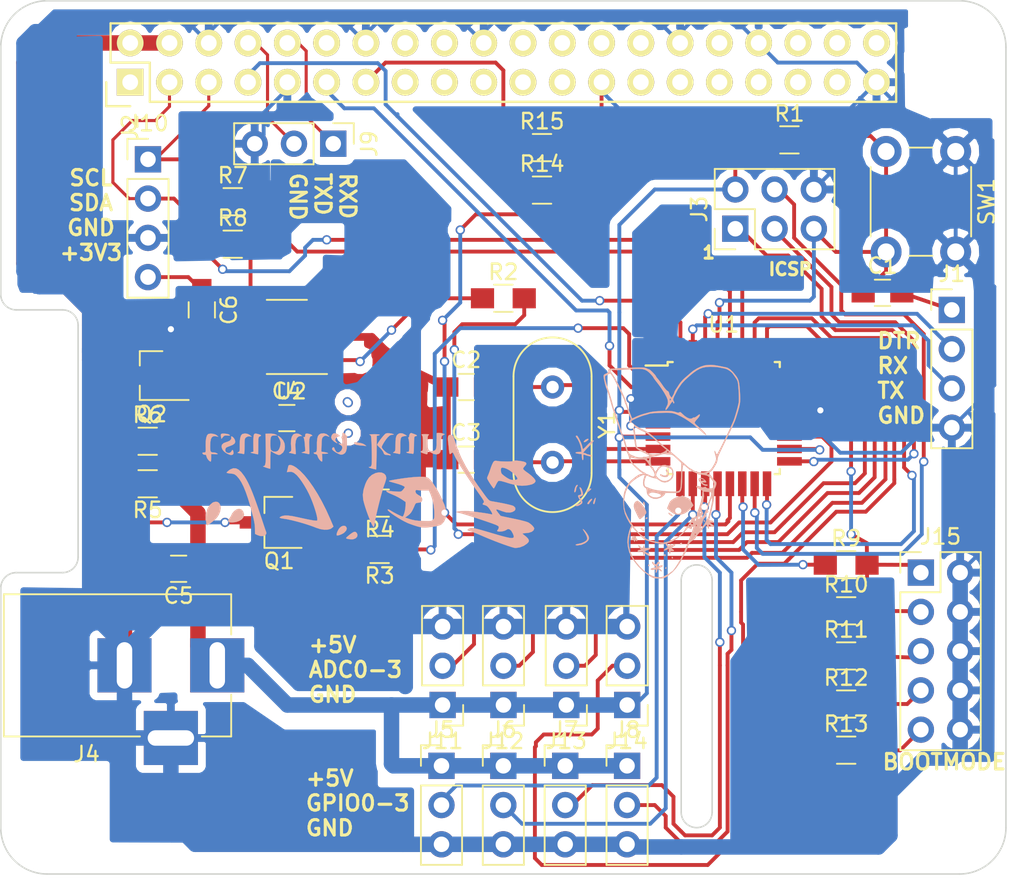
<source format=kicad_pcb>
(kicad_pcb (version 4) (host pcbnew 4.0.7)
  (layers (0 F.Cu signal) (31 B.Cu signal) (34 B.Paste user) (35 F.Paste user) (36 B.SilkS user) (37 F.SilkS user) (38 B.Mask user) (39 F.Mask user) (44 Edge.Cuts user))
  (net 0 "")
  (net 1 "Net-(J2-Pad1)")
  (net 2 "Net-(J2-Pad12)")
  (net 3 "Net-(J2-Pad15)")
  (net 4 "Net-(J2-Pad16)")
  (net 5 "Net-(J2-Pad17)")
  (net 6 "Net-(J2-Pad18)")
  (net 7 "Net-(J2-Pad19)")
  (net 8 "Net-(J2-Pad21)")
  (net 9 "Net-(J2-Pad22)")
  (net 10 "Net-(J2-Pad23)")
  (net 11 "Net-(J2-Pad24)")
  (net 12 "Net-(J2-Pad26)")
  (net 13 "Net-(J2-Pad27)")
  (net 14 "Net-(J2-Pad28)")
  (net 15 "Net-(J2-Pad29)")
  (net 16 "Net-(J2-Pad31)")
  (net 17 "Net-(J2-Pad32)")
  (net 18 "Net-(J2-Pad33)")
  (net 19 "Net-(J2-Pad35)")
  (net 20 "Net-(J2-Pad36)")
  (net 21 "Net-(J2-Pad37)")
  (net 22 "Net-(J2-Pad38)")
  (net 23 "Net-(J2-Pad40)")
  (net 24 "#RST")
  (net 25 "Net-(C1-Pad2)")
  (net 26 GND)
  (net 27 ARD_XTAL1)
  (net 28 ARD_XTAL2)
  (net 29 +5V)
  (net 30 +3V3)
  (net 31 ARD_RX)
  (net 32 ARD_TX)
  (net 33 RPI_5V)
  (net 34 ARD_SDA)
  (net 35 ARD_SCL)
  (net 36 RPI_INT)
  (net 37 RPI_TXD)
  (net 38 RPI_RXD)
  (net 39 PWR_OFF)
  (net 40 ARD_INT_3V3)
  (net 41 ARD_MISO)
  (net 42 ARD_SCK)
  (net 43 ARD_MOSI)
  (net 44 GPIO0)
  (net 45 GPIO1)
  (net 46 GPIO2)
  (net 47 GPIO3)
  (net 48 ADC0)
  (net 49 ADC1)
  (net 50 ADC2)
  (net 51 ADC3)
  (net 52 BOOTMODE)
  (net 53 "Net-(J15-Pad3)")
  (net 54 "Net-(J15-Pad5)")
  (net 55 "Net-(J15-Pad7)")
  (net 56 "Net-(J15-Pad9)")
  (net 57 "Net-(Q1-Pad1)")
  (net 58 "Net-(Q1-Pad3)")
  (net 59 "Net-(Q2-Pad1)")
  (net 60 "Net-(R2-Pad1)")
  (net 61 3V3_ENB)
  (net 62 RPPWR)
  (net 63 "#ARD_SS")
  (net 64 ARD_INT_5V)
  (net 65 "Net-(U1-Pad20)")
  (net 66 "Net-(U2-Pad3)")
  (module RPi_Hat:RPi_Hat_Mounting_Hole (layer F.Cu) (at 148.5 42)
    (fp_text reference "" hide)
    (fp_text value "" hide)
    (pad "" np_thru_hole circle (at 0 0) (size 2.75 2.75) (drill 2.75) (layers *.Cu *.Mask) (clearance 1.725))
  )
  (module Pin_Headers:Pin_Header_Straight_2x05_Pitch2.54mm (layer F.Cu) (at 146.5 75)
    (fp_text reference J15 (at 1.27 -2.33) (layer F.SilkS))
    (fp_text value BOOTMODE)
    (pad 1 thru_hole rect (at 0 0) (size 1.7 1.7) (drill 1) (layers *.Cu *.Mask) (net 52 BOOTMODE))
    (pad 2 thru_hole oval (at 2.54 0) (size 1.7 1.7) (drill 1) (layers *.Cu *.Mask) (net 26 GND))
    (pad 3 thru_hole oval (at 0 2.54) (size 1.7 1.7) (drill 1) (layers *.Cu *.Mask) (net 53 "Net-(J15-Pad3)"))
    (pad 4 thru_hole oval (at 2.54 2.54) (size 1.7 1.7) (drill 1) (layers *.Cu *.Mask) (net 26 GND))
    (pad 5 thru_hole oval (at 0 5.08) (size 1.7 1.7) (drill 1) (layers *.Cu *.Mask) (net 54 "Net-(J15-Pad5)"))
    (pad 6 thru_hole oval (at 2.54 5.08) (size 1.7 1.7) (drill 1) (layers *.Cu *.Mask) (net 26 GND))
    (pad 7 thru_hole oval (at 0 7.62) (size 1.7 1.7) (drill 1) (layers *.Cu *.Mask) (net 55 "Net-(J15-Pad7)"))
    (pad 8 thru_hole oval (at 2.54 7.62) (size 1.7 1.7) (drill 1) (layers *.Cu *.Mask) (net 26 GND))
    (pad 9 thru_hole oval (at 0 10.16) (size 1.7 1.7) (drill 1) (layers *.Cu *.Mask) (net 56 "Net-(J15-Pad9)"))
    (pad 10 thru_hole oval (at 2.54 10.16) (size 1.7 1.7) (drill 1) (layers *.Cu *.Mask) (net 26 GND))
  )
  (module RPi_Hat:Pin_Header_Straight_2x20 (layer F.Cu) (at 119.5 42 90)
    (fp_text reference J2 (at -4.191 -24.13 270) (layer F.SilkS))
    (fp_text value RPi_GPIO)
    (pad 1 thru_hole rect (at -1.27 -24.13 90) (size 1.7272 1.7272) (drill 1.016) (layers *.Cu *.Mask F.SilkS) (net 1 "Net-(J2-Pad1)"))
    (pad 2 thru_hole oval (at 1.27 -24.13 90) (size 1.7272 1.7272) (drill 1.016) (layers *.Cu *.Mask F.SilkS) (net 33 RPI_5V))
    (pad 3 thru_hole oval (at -1.27 -21.59 90) (size 1.7272 1.7272) (drill 1.016) (layers *.Cu *.Mask F.SilkS) (net 34 ARD_SDA))
    (pad 4 thru_hole oval (at 1.27 -21.59 90) (size 1.7272 1.7272) (drill 1.016) (layers *.Cu *.Mask F.SilkS) (net 33 RPI_5V))
    (pad 5 thru_hole oval (at -1.27 -19.05 90) (size 1.7272 1.7272) (drill 1.016) (layers *.Cu *.Mask F.SilkS) (net 35 ARD_SCL))
    (pad 6 thru_hole oval (at 1.27 -19.05 90) (size 1.7272 1.7272) (drill 1.016) (layers *.Cu *.Mask F.SilkS) (net 26 GND))
    (pad 7 thru_hole oval (at -1.27 -16.51 90) (size 1.7272 1.7272) (drill 1.016) (layers *.Cu *.Mask F.SilkS) (net 36 RPI_INT))
    (pad 8 thru_hole oval (at 1.27 -16.51 90) (size 1.7272 1.7272) (drill 1.016) (layers *.Cu *.Mask F.SilkS) (net 37 RPI_TXD))
    (pad 9 thru_hole oval (at -1.27 -13.97 90) (size 1.7272 1.7272) (drill 1.016) (layers *.Cu *.Mask F.SilkS) (net 26 GND))
    (pad 10 thru_hole oval (at 1.27 -13.97 90) (size 1.7272 1.7272) (drill 1.016) (layers *.Cu *.Mask F.SilkS) (net 38 RPI_RXD))
    (pad 11 thru_hole oval (at -1.27 -11.43 90) (size 1.7272 1.7272) (drill 1.016) (layers *.Cu *.Mask F.SilkS) (net 39 PWR_OFF))
    (pad 12 thru_hole oval (at 1.27 -11.43 90) (size 1.7272 1.7272) (drill 1.016) (layers *.Cu *.Mask F.SilkS) (net 2 "Net-(J2-Pad12)"))
    (pad 13 thru_hole oval (at -1.27 -8.89 90) (size 1.7272 1.7272) (drill 1.016) (layers *.Cu *.Mask F.SilkS) (net 40 ARD_INT_3V3))
    (pad 14 thru_hole oval (at 1.27 -8.89 90) (size 1.7272 1.7272) (drill 1.016) (layers *.Cu *.Mask F.SilkS) (net 26 GND))
    (pad 15 thru_hole oval (at -1.27 -6.35 90) (size 1.7272 1.7272) (drill 1.016) (layers *.Cu *.Mask F.SilkS) (net 3 "Net-(J2-Pad15)"))
    (pad 16 thru_hole oval (at 1.27 -6.35 90) (size 1.7272 1.7272) (drill 1.016) (layers *.Cu *.Mask F.SilkS) (net 4 "Net-(J2-Pad16)"))
    (pad 17 thru_hole oval (at -1.27 -3.81 90) (size 1.7272 1.7272) (drill 1.016) (layers *.Cu *.Mask F.SilkS) (net 5 "Net-(J2-Pad17)"))
    (pad 18 thru_hole oval (at 1.27 -3.81 90) (size 1.7272 1.7272) (drill 1.016) (layers *.Cu *.Mask F.SilkS) (net 6 "Net-(J2-Pad18)"))
    (pad 19 thru_hole oval (at -1.27 -1.27 90) (size 1.7272 1.7272) (drill 1.016) (layers *.Cu *.Mask F.SilkS) (net 7 "Net-(J2-Pad19)"))
    (pad 20 thru_hole oval (at 1.27 -1.27 90) (size 1.7272 1.7272) (drill 1.016) (layers *.Cu *.Mask F.SilkS) (net 26 GND))
    (pad 21 thru_hole oval (at -1.27 1.27 90) (size 1.7272 1.7272) (drill 1.016) (layers *.Cu *.Mask F.SilkS) (net 8 "Net-(J2-Pad21)"))
    (pad 22 thru_hole oval (at 1.27 1.27 90) (size 1.7272 1.7272) (drill 1.016) (layers *.Cu *.Mask F.SilkS) (net 9 "Net-(J2-Pad22)"))
    (pad 23 thru_hole oval (at -1.27 3.81 90) (size 1.7272 1.7272) (drill 1.016) (layers *.Cu *.Mask F.SilkS) (net 10 "Net-(J2-Pad23)"))
    (pad 24 thru_hole oval (at 1.27 3.81 90) (size 1.7272 1.7272) (drill 1.016) (layers *.Cu *.Mask F.SilkS) (net 11 "Net-(J2-Pad24)"))
    (pad 25 thru_hole oval (at -1.27 6.35 90) (size 1.7272 1.7272) (drill 1.016) (layers *.Cu *.Mask F.SilkS) (net 26 GND))
    (pad 26 thru_hole oval (at 1.27 6.35 90) (size 1.7272 1.7272) (drill 1.016) (layers *.Cu *.Mask F.SilkS) (net 12 "Net-(J2-Pad26)"))
    (pad 27 thru_hole oval (at -1.27 8.89 90) (size 1.7272 1.7272) (drill 1.016) (layers *.Cu *.Mask F.SilkS) (net 13 "Net-(J2-Pad27)"))
    (pad 28 thru_hole oval (at 1.27 8.89 90) (size 1.7272 1.7272) (drill 1.016) (layers *.Cu *.Mask F.SilkS) (net 14 "Net-(J2-Pad28)"))
    (pad 29 thru_hole oval (at -1.27 11.43 90) (size 1.7272 1.7272) (drill 1.016) (layers *.Cu *.Mask F.SilkS) (net 15 "Net-(J2-Pad29)"))
    (pad 30 thru_hole oval (at 1.27 11.43 90) (size 1.7272 1.7272) (drill 1.016) (layers *.Cu *.Mask F.SilkS) (net 26 GND))
    (pad 31 thru_hole oval (at -1.27 13.97 90) (size 1.7272 1.7272) (drill 1.016) (layers *.Cu *.Mask F.SilkS) (net 16 "Net-(J2-Pad31)"))
    (pad 32 thru_hole oval (at 1.27 13.97 90) (size 1.7272 1.7272) (drill 1.016) (layers *.Cu *.Mask F.SilkS) (net 17 "Net-(J2-Pad32)"))
    (pad 33 thru_hole oval (at -1.27 16.51 90) (size 1.7272 1.7272) (drill 1.016) (layers *.Cu *.Mask F.SilkS) (net 18 "Net-(J2-Pad33)"))
    (pad 34 thru_hole oval (at 1.27 16.51 90) (size 1.7272 1.7272) (drill 1.016) (layers *.Cu *.Mask F.SilkS) (net 26 GND))
    (pad 35 thru_hole oval (at -1.27 19.05 90) (size 1.7272 1.7272) (drill 1.016) (layers *.Cu *.Mask F.SilkS) (net 19 "Net-(J2-Pad35)"))
    (pad 36 thru_hole oval (at 1.27 19.05 90) (size 1.7272 1.7272) (drill 1.016) (layers *.Cu *.Mask F.SilkS) (net 20 "Net-(J2-Pad36)"))
    (pad 37 thru_hole oval (at -1.27 21.59 90) (size 1.7272 1.7272) (drill 1.016) (layers *.Cu *.Mask F.SilkS) (net 21 "Net-(J2-Pad37)"))
    (pad 38 thru_hole oval (at 1.27 21.59 90) (size 1.7272 1.7272) (drill 1.016) (layers *.Cu *.Mask F.SilkS) (net 22 "Net-(J2-Pad38)"))
    (pad 39 thru_hole oval (at -1.27 24.13 90) (size 1.7272 1.7272) (drill 1.016) (layers *.Cu *.Mask F.SilkS) (net 26 GND))
    (pad 40 thru_hole oval (at 1.27 24.13 90) (size 1.7272 1.7272) (drill 1.016) (layers *.Cu *.Mask F.SilkS) (net 23 "Net-(J2-Pad40)"))
  )
  (module RPi_Hat:RPi_Hat_Mounting_Hole (layer F.Cu) (at 148.5 91)
    (fp_text reference "" hide)
    (fp_text value "" hide)
    (pad "" np_thru_hole circle (at 0 0) (size 2.75 2.75) (drill 2.75) (layers *.Cu *.Mask) (clearance 1.725))
  )
  (module RPi_Hat:RPi_Hat_Mounting_Hole (layer F.Cu) (at 90.5 91)
    (fp_text reference "" hide)
    (fp_text value "" hide)
    (pad "" np_thru_hole circle (at 0 0) (size 2.75 2.75) (drill 2.75) (layers *.Cu *.Mask) (clearance 1.725))
  )
  (module Capacitors_SMD:C_0805_HandSoldering (layer F.Cu) (at 144.018 56.896)
    (fp_text reference C1 (at 0 -1.75) (layer F.SilkS))
    (fp_text value 0.1uF)
    (pad 1 smd rect (at -1.25 0) (size 1.5 1.25) (layers F.Cu F.Paste F.Mask) (net 24 "#RST"))
    (pad 2 smd rect (at 1.25 0) (size 1.5 1.25) (layers F.Cu F.Paste F.Mask) (net 25 "Net-(C1-Pad2)"))
  )
  (module Capacitors_SMD:C_0805_HandSoldering (layer F.Cu) (at 117.094 62.992)
    (fp_text reference C2 (at 0 -1.75) (layer F.SilkS))
    (fp_text value 22pF)
    (pad 1 smd rect (at -1.25 0) (size 1.5 1.25) (layers F.Cu F.Paste F.Mask) (net 26 GND))
    (pad 2 smd rect (at 1.25 0) (size 1.5 1.25) (layers F.Cu F.Paste F.Mask) (net 27 ARD_XTAL1))
  )
  (module Capacitors_SMD:C_0805_HandSoldering (layer F.Cu) (at 117.094 67.691)
    (fp_text reference C3 (at 0 -1.75) (layer F.SilkS))
    (fp_text value 22pF)
    (pad 1 smd rect (at -1.25 0) (size 1.5 1.25) (layers F.Cu F.Paste F.Mask) (net 26 GND))
    (pad 2 smd rect (at 1.25 0) (size 1.5 1.25) (layers F.Cu F.Paste F.Mask) (net 28 ARD_XTAL2))
  )
  (module Capacitors_SMD:C_0805_HandSoldering (layer F.Cu) (at 105.5 65)
    (fp_text reference C4 (at 0 -1.75) (layer F.SilkS))
    (fp_text value 0.33uF)
    (pad 1 smd rect (at -1.25 0) (size 1.5 1.25) (layers F.Cu F.Paste F.Mask) (net 29 +5V))
    (pad 2 smd rect (at 1.25 0) (size 1.5 1.25) (layers F.Cu F.Paste F.Mask) (net 26 GND))
  )
  (module Capacitors_SMD:C_0805_HandSoldering (layer F.Cu) (at 98.5 74.75 180)
    (fp_text reference C5 (at 0 -1.75 180) (layer F.SilkS))
    (fp_text value 22uF)
    (pad 1 smd rect (at -1.25 0 180) (size 1.5 1.25) (layers F.Cu F.Paste F.Mask) (net 29 +5V))
    (pad 2 smd rect (at 1.25 0 180) (size 1.5 1.25) (layers F.Cu F.Paste F.Mask) (net 26 GND))
  )
  (module Capacitors_SMD:C_0805_HandSoldering (layer F.Cu) (at 100 58 270)
    (fp_text reference C6 (at 0 -1.75 270) (layer F.SilkS))
    (fp_text value 2.2uF)
    (pad 1 smd rect (at -1.25 0 270) (size 1.5 1.25) (layers F.Cu F.Paste F.Mask) (net 30 +3V3))
    (pad 2 smd rect (at 1.25 0 270) (size 1.5 1.25) (layers F.Cu F.Paste F.Mask) (net 26 GND))
  )
  (module Pin_Headers:Pin_Header_Straight_1x04_Pitch2.54mm (layer F.Cu) (at 148.5 58)
    (fp_text reference J1 (at 0 -2.33) (layer F.SilkS))
    (fp_text value Conn_01x04)
    (pad 1 thru_hole rect (at 0 0) (size 1.7 1.7) (drill 1) (layers *.Cu *.Mask) (net 25 "Net-(C1-Pad2)"))
    (pad 2 thru_hole oval (at 0 2.54) (size 1.7 1.7) (drill 1) (layers *.Cu *.Mask) (net 31 ARD_RX))
    (pad 3 thru_hole oval (at 0 5.08) (size 1.7 1.7) (drill 1) (layers *.Cu *.Mask) (net 32 ARD_TX))
    (pad 4 thru_hole oval (at 0 7.62) (size 1.7 1.7) (drill 1) (layers *.Cu *.Mask) (net 26 GND))
  )
  (module Pin_Headers:Pin_Header_Straight_2x03_Pitch2.54mm (layer F.Cu) (at 134.5 52.75 90)
    (fp_text reference J3 (at 1.27 -2.33 90) (layer F.SilkS))
    (fp_text value CN_ICSP)
    (pad 1 thru_hole rect (at 0 0 90) (size 1.7 1.7) (drill 1) (layers *.Cu *.Mask) (net 41 ARD_MISO))
    (pad 2 thru_hole oval (at 2.54 0 90) (size 1.7 1.7) (drill 1) (layers *.Cu *.Mask) (net 29 +5V))
    (pad 3 thru_hole oval (at 0 2.54 90) (size 1.7 1.7) (drill 1) (layers *.Cu *.Mask) (net 42 ARD_SCK))
    (pad 4 thru_hole oval (at 2.54 2.54 90) (size 1.7 1.7) (drill 1) (layers *.Cu *.Mask) (net 43 ARD_MOSI))
    (pad 5 thru_hole oval (at 0 5.08 90) (size 1.7 1.7) (drill 1) (layers *.Cu *.Mask) (net 24 "#RST"))
    (pad 6 thru_hole oval (at 2.54 5.08 90) (size 1.7 1.7) (drill 1) (layers *.Cu *.Mask) (net 26 GND))
  )
  (module Connect:BARREL_JACK (layer F.Cu) (at 101 81)
    (fp_text reference J4 (at -8.45 5.75 180) (layer F.SilkS))
    (fp_text value Jack-DC)
    (pad 1 thru_hole rect (at 0 0) (size 3.5 3.5) (drill oval 1 3) (layers *.Cu *.Mask) (net 29 +5V))
    (pad 2 thru_hole rect (at -6 0) (size 3.5 3.5) (drill oval 1 3) (layers *.Cu *.Mask) (net 26 GND))
    (pad 3 thru_hole rect (at -3 4.7) (size 3.5 3.5) (drill oval 3 1) (layers *.Cu *.Mask) (net 26 GND))
  )
  (module Pin_Headers:Pin_Header_Straight_1x03_Pitch2.54mm (layer F.Cu) (at 115.5 87.5)
    (fp_text reference J5 (at 0 -2.33) (layer F.SilkS))
    (fp_text value GPIO0)
    (pad 1 thru_hole rect (at 0 0) (size 1.7 1.7) (drill 1) (layers *.Cu *.Mask) (net 29 +5V))
    (pad 2 thru_hole oval (at 0 2.54) (size 1.7 1.7) (drill 1) (layers *.Cu *.Mask) (net 44 GPIO0))
    (pad 3 thru_hole oval (at 0 5.08) (size 1.7 1.7) (drill 1) (layers *.Cu *.Mask) (net 26 GND))
  )
  (module Pin_Headers:Pin_Header_Straight_1x03_Pitch2.54mm (layer F.Cu) (at 119.5 87.5)
    (fp_text reference J6 (at 0 -2.33) (layer F.SilkS))
    (fp_text value GPIO1)
    (pad 1 thru_hole rect (at 0 0) (size 1.7 1.7) (drill 1) (layers *.Cu *.Mask) (net 29 +5V))
    (pad 2 thru_hole oval (at 0 2.54) (size 1.7 1.7) (drill 1) (layers *.Cu *.Mask) (net 45 GPIO1))
    (pad 3 thru_hole oval (at 0 5.08) (size 1.7 1.7) (drill 1) (layers *.Cu *.Mask) (net 26 GND))
  )
  (module Pin_Headers:Pin_Header_Straight_1x03_Pitch2.54mm (layer F.Cu) (at 123.5 87.5)
    (fp_text reference J7 (at 0 -2.33) (layer F.SilkS))
    (fp_text value GPIO2)
    (pad 1 thru_hole rect (at 0 0) (size 1.7 1.7) (drill 1) (layers *.Cu *.Mask) (net 29 +5V))
    (pad 2 thru_hole oval (at 0 2.54) (size 1.7 1.7) (drill 1) (layers *.Cu *.Mask) (net 46 GPIO2))
    (pad 3 thru_hole oval (at 0 5.08) (size 1.7 1.7) (drill 1) (layers *.Cu *.Mask) (net 26 GND))
  )
  (module Pin_Headers:Pin_Header_Straight_1x03_Pitch2.54mm (layer F.Cu) (at 127.5 87.5)
    (fp_text reference J8 (at 0 -2.33) (layer F.SilkS))
    (fp_text value GPIO3)
    (pad 1 thru_hole rect (at 0 0) (size 1.7 1.7) (drill 1) (layers *.Cu *.Mask) (net 29 +5V))
    (pad 2 thru_hole oval (at 0 2.54) (size 1.7 1.7) (drill 1) (layers *.Cu *.Mask) (net 47 GPIO3))
    (pad 3 thru_hole oval (at 0 5.08) (size 1.7 1.7) (drill 1) (layers *.Cu *.Mask) (net 26 GND))
  )
  (module Pin_Headers:Pin_Header_Straight_1x03_Pitch2.54mm (layer F.Cu) (at 108.5 47.25 270)
    (fp_text reference J9 (at 0 -2.33 270) (layer F.SilkS))
    (fp_text value Conn_01x03)
    (pad 1 thru_hole rect (at 0 0 270) (size 1.7 1.7) (drill 1) (layers *.Cu *.Mask) (net 38 RPI_RXD))
    (pad 2 thru_hole oval (at 0 2.54 270) (size 1.7 1.7) (drill 1) (layers *.Cu *.Mask) (net 37 RPI_TXD))
    (pad 3 thru_hole oval (at 0 5.08 270) (size 1.7 1.7) (drill 1) (layers *.Cu *.Mask) (net 26 GND))
  )
  (module Pin_Headers:Pin_Header_Straight_1x04_Pitch2.54mm (layer F.Cu) (at 96.52 48.26)
    (fp_text reference J10 (at 0 -2.33) (layer F.SilkS))
    (fp_text value CN_I2C)
    (pad 1 thru_hole rect (at 0 0) (size 1.7 1.7) (drill 1) (layers *.Cu *.Mask) (net 35 ARD_SCL))
    (pad 2 thru_hole oval (at 0 2.54) (size 1.7 1.7) (drill 1) (layers *.Cu *.Mask) (net 34 ARD_SDA))
    (pad 3 thru_hole oval (at 0 5.08) (size 1.7 1.7) (drill 1) (layers *.Cu *.Mask) (net 26 GND))
    (pad 4 thru_hole oval (at 0 7.62) (size 1.7 1.7) (drill 1) (layers *.Cu *.Mask) (net 30 +3V3))
  )
  (module Pin_Headers:Pin_Header_Straight_1x03_Pitch2.54mm (layer F.Cu) (at 115.57 83.566 180)
    (fp_text reference J11 (at 0 -2.33 180) (layer F.SilkS))
    (fp_text value ADC0)
    (pad 1 thru_hole rect (at 0 0 180) (size 1.7 1.7) (drill 1) (layers *.Cu *.Mask) (net 29 +5V))
    (pad 2 thru_hole oval (at 0 2.54 180) (size 1.7 1.7) (drill 1) (layers *.Cu *.Mask) (net 48 ADC0))
    (pad 3 thru_hole oval (at 0 5.08 180) (size 1.7 1.7) (drill 1) (layers *.Cu *.Mask) (net 26 GND))
  )
  (module Pin_Headers:Pin_Header_Straight_1x03_Pitch2.54mm (layer F.Cu) (at 119.507 83.566 180)
    (fp_text reference J12 (at 0 -2.33 180) (layer F.SilkS))
    (fp_text value ADC1)
    (pad 1 thru_hole rect (at 0 0 180) (size 1.7 1.7) (drill 1) (layers *.Cu *.Mask) (net 29 +5V))
    (pad 2 thru_hole oval (at 0 2.54 180) (size 1.7 1.7) (drill 1) (layers *.Cu *.Mask) (net 49 ADC1))
    (pad 3 thru_hole oval (at 0 5.08 180) (size 1.7 1.7) (drill 1) (layers *.Cu *.Mask) (net 26 GND))
  )
  (module Pin_Headers:Pin_Header_Straight_1x03_Pitch2.54mm (layer F.Cu) (at 123.571 83.566 180)
    (fp_text reference J13 (at 0 -2.33 180) (layer F.SilkS))
    (fp_text value ADC2)
    (pad 1 thru_hole rect (at 0 0 180) (size 1.7 1.7) (drill 1) (layers *.Cu *.Mask) (net 29 +5V))
    (pad 2 thru_hole oval (at 0 2.54 180) (size 1.7 1.7) (drill 1) (layers *.Cu *.Mask) (net 50 ADC2))
    (pad 3 thru_hole oval (at 0 5.08 180) (size 1.7 1.7) (drill 1) (layers *.Cu *.Mask) (net 26 GND))
  )
  (module Pin_Headers:Pin_Header_Straight_1x03_Pitch2.54mm (layer F.Cu) (at 127.508 83.566 180)
    (fp_text reference J14 (at 0 -2.33 180) (layer F.SilkS))
    (fp_text value ADC3)
    (pad 1 thru_hole rect (at 0 0 180) (size 1.7 1.7) (drill 1) (layers *.Cu *.Mask) (net 29 +5V))
    (pad 2 thru_hole oval (at 0 2.54 180) (size 1.7 1.7) (drill 1) (layers *.Cu *.Mask) (net 51 ADC3))
    (pad 3 thru_hole oval (at 0 5.08 180) (size 1.7 1.7) (drill 1) (layers *.Cu *.Mask) (net 26 GND))
  )
  (module TO_SOT_Packages_SMD:SC-59_Handsoldering (layer F.Cu) (at 105 71.75 180)
    (fp_text reference Q1 (at 0 -2.5 180) (layer F.SilkS))
    (fp_text value 2SC3325-Y)
    (pad 1 smd rect (at -1.65 -0.95 180) (size 1.8 0.8) (layers F.Cu F.Paste F.Mask) (net 57 "Net-(Q1-Pad1)"))
    (pad 2 smd rect (at -1.65 0.95 180) (size 1.8 0.8) (layers F.Cu F.Paste F.Mask) (net 26 GND))
    (pad 3 smd rect (at 1.65 0 180) (size 1.8 0.8) (layers F.Cu F.Paste F.Mask) (net 58 "Net-(Q1-Pad3)"))
  )
  (module TO_SOT_Packages_SMD:SOT-23_Handsoldering (layer F.Cu) (at 96.75 62.25 180)
    (fp_text reference Q2 (at 0 -2.5 180) (layer F.SilkS))
    (fp_text value "IRLML6402(SOT-23)")
    (pad 1 smd rect (at -1.5 -0.95 180) (size 1.9 0.8) (layers F.Cu F.Paste F.Mask) (net 59 "Net-(Q2-Pad1)"))
    (pad 2 smd rect (at -1.5 0.95 180) (size 1.9 0.8) (layers F.Cu F.Paste F.Mask) (net 29 +5V))
    (pad 3 smd rect (at 1.5 0 180) (size 1.9 0.8) (layers F.Cu F.Paste F.Mask) (net 33 RPI_5V))
  )
  (module Resistors_SMD:R_0805_HandSoldering (layer F.Cu) (at 138 47)
    (fp_text reference R1 (at 0 -1.7) (layer F.SilkS))
    (fp_text value 10K)
    (pad 1 smd rect (at -1.35 0) (size 1.5 1.3) (layers F.Cu F.Paste F.Mask) (net 29 +5V))
    (pad 2 smd rect (at 1.35 0) (size 1.5 1.3) (layers F.Cu F.Paste F.Mask) (net 24 "#RST"))
  )
  (module Resistors_SMD:R_0805_HandSoldering (layer F.Cu) (at 119.5 57.25)
    (fp_text reference R2 (at 0 -1.7) (layer F.SilkS))
    (fp_text value 10K)
    (pad 1 smd rect (at -1.35 0) (size 1.5 1.3) (layers F.Cu F.Paste F.Mask) (net 60 "Net-(R2-Pad1)"))
    (pad 2 smd rect (at 1.35 0) (size 1.5 1.3) (layers F.Cu F.Paste F.Mask) (net 61 3V3_ENB))
  )
  (module Resistors_SMD:R_0805_HandSoldering (layer F.Cu) (at 111.5 73.5 180)
    (fp_text reference R3 (at 0 -1.7 180) (layer F.SilkS))
    (fp_text value 10K)
    (pad 1 smd rect (at -1.35 0 180) (size 1.5 1.3) (layers F.Cu F.Paste F.Mask) (net 62 RPPWR))
    (pad 2 smd rect (at 1.35 0 180) (size 1.5 1.3) (layers F.Cu F.Paste F.Mask) (net 57 "Net-(Q1-Pad1)"))
  )
  (module Resistors_SMD:R_0805_HandSoldering (layer F.Cu) (at 111.5 70.5 180)
    (fp_text reference R4 (at 0 -1.7 180) (layer F.SilkS))
    (fp_text value 10K)
    (pad 1 smd rect (at -1.35 0 180) (size 1.5 1.3) (layers F.Cu F.Paste F.Mask) (net 57 "Net-(Q1-Pad1)"))
    (pad 2 smd rect (at 1.35 0 180) (size 1.5 1.3) (layers F.Cu F.Paste F.Mask) (net 26 GND))
  )
  (module Resistors_SMD:R_0805_HandSoldering (layer F.Cu) (at 96.5 69.25 180)
    (fp_text reference R5 (at 0 -1.7 180) (layer F.SilkS))
    (fp_text value 10K)
    (pad 1 smd rect (at -1.35 0 180) (size 1.5 1.3) (layers F.Cu F.Paste F.Mask) (net 29 +5V))
    (pad 2 smd rect (at 1.35 0 180) (size 1.5 1.3) (layers F.Cu F.Paste F.Mask) (net 58 "Net-(Q1-Pad3)"))
  )
  (module Resistors_SMD:R_0805_HandSoldering (layer F.Cu) (at 96.5 66.5)
    (fp_text reference R6 (at 0 -1.7) (layer F.SilkS))
    (fp_text value 10K)
    (pad 1 smd rect (at -1.35 0) (size 1.5 1.3) (layers F.Cu F.Paste F.Mask) (net 58 "Net-(Q1-Pad3)"))
    (pad 2 smd rect (at 1.35 0) (size 1.5 1.3) (layers F.Cu F.Paste F.Mask) (net 59 "Net-(Q2-Pad1)"))
  )
  (module Resistors_SMD:R_0805_HandSoldering (layer F.Cu) (at 102 51)
    (fp_text reference R7 (at 0 -1.7) (layer F.SilkS))
    (fp_text value 10K)
    (pad 1 smd rect (at -1.35 0) (size 1.5 1.3) (layers F.Cu F.Paste F.Mask) (net 35 ARD_SCL))
    (pad 2 smd rect (at 1.35 0) (size 1.5 1.3) (layers F.Cu F.Paste F.Mask) (net 30 +3V3))
  )
  (module Resistors_SMD:R_0805_HandSoldering (layer F.Cu) (at 102 53.75)
    (fp_text reference R8 (at 0 -1.7) (layer F.SilkS))
    (fp_text value 10K)
    (pad 1 smd rect (at -1.35 0) (size 1.5 1.3) (layers F.Cu F.Paste F.Mask) (net 34 ARD_SDA))
    (pad 2 smd rect (at 1.35 0) (size 1.5 1.3) (layers F.Cu F.Paste F.Mask) (net 30 +3V3))
  )
  (module Resistors_SMD:R_0805_HandSoldering (layer F.Cu) (at 141.6685 74.4855)
    (fp_text reference R9 (at 0 -1.7) (layer F.SilkS))
    (fp_text value 10K)
    (pad 1 smd rect (at -1.35 0) (size 1.5 1.3) (layers F.Cu F.Paste F.Mask) (net 63 "#ARD_SS"))
    (pad 2 smd rect (at 1.35 0) (size 1.5 1.3) (layers F.Cu F.Paste F.Mask) (net 52 BOOTMODE))
  )
  (module Resistors_SMD:R_0805_HandSoldering (layer F.Cu) (at 141.6685 77.47)
    (fp_text reference R10 (at 0 -1.7) (layer F.SilkS))
    (fp_text value 1K)
    (pad 1 smd rect (at -1.35 0) (size 1.5 1.3) (layers F.Cu F.Paste F.Mask) (net 52 BOOTMODE))
    (pad 2 smd rect (at 1.35 0) (size 1.5 1.3) (layers F.Cu F.Paste F.Mask) (net 53 "Net-(J15-Pad3)"))
  )
  (module Resistors_SMD:R_0805_HandSoldering (layer F.Cu) (at 141.6685 80.391)
    (fp_text reference R11 (at 0 -1.7) (layer F.SilkS))
    (fp_text value 10K)
    (pad 1 smd rect (at -1.35 0) (size 1.5 1.3) (layers F.Cu F.Paste F.Mask) (net 53 "Net-(J15-Pad3)"))
    (pad 2 smd rect (at 1.35 0) (size 1.5 1.3) (layers F.Cu F.Paste F.Mask) (net 54 "Net-(J15-Pad5)"))
  )
  (module Resistors_SMD:R_0805_HandSoldering (layer F.Cu) (at 141.6685 83.5025)
    (fp_text reference R12 (at 0 -1.7) (layer F.SilkS))
    (fp_text value 10K)
    (pad 1 smd rect (at -1.35 0) (size 1.5 1.3) (layers F.Cu F.Paste F.Mask) (net 54 "Net-(J15-Pad5)"))
    (pad 2 smd rect (at 1.35 0) (size 1.5 1.3) (layers F.Cu F.Paste F.Mask) (net 55 "Net-(J15-Pad7)"))
  )
  (module Resistors_SMD:R_0805_HandSoldering (layer F.Cu) (at 141.6685 86.487)
    (fp_text reference R13 (at 0 -1.7) (layer F.SilkS))
    (fp_text value 10K)
    (pad 1 smd rect (at -1.35 0) (size 1.5 1.3) (layers F.Cu F.Paste F.Mask) (net 55 "Net-(J15-Pad7)"))
    (pad 2 smd rect (at 1.35 0) (size 1.5 1.3) (layers F.Cu F.Paste F.Mask) (net 56 "Net-(J15-Pad9)"))
  )
  (module Resistors_SMD:R_0805_HandSoldering (layer F.Cu) (at 122 50.25)
    (fp_text reference R14 (at 0 -1.7) (layer F.SilkS))
    (fp_text value 1.8K)
    (pad 1 smd rect (at -1.35 0) (size 1.5 1.3) (layers F.Cu F.Paste F.Mask) (net 40 ARD_INT_3V3))
    (pad 2 smd rect (at 1.35 0) (size 1.5 1.3) (layers F.Cu F.Paste F.Mask) (net 64 ARD_INT_5V))
  )
  (module Resistors_SMD:R_0805_HandSoldering (layer F.Cu) (at 122 47.5)
    (fp_text reference R15 (at 0 -1.7) (layer F.SilkS))
    (fp_text value 3.3K)
    (pad 1 smd rect (at -1.35 0) (size 1.5 1.3) (layers F.Cu F.Paste F.Mask) (net 40 ARD_INT_3V3))
    (pad 2 smd rect (at 1.35 0) (size 1.5 1.3) (layers F.Cu F.Paste F.Mask) (net 26 GND))
  )
  (module Buttons_Switches_THT:SW_PUSH_6mm (layer F.Cu) (at 148.75 47.75 270)
    (fp_text reference SW1 (at 3.25 -2 270) (layer F.SilkS))
    (fp_text value SW_RST)
    (pad 2 thru_hole circle (at 0 4.5) (size 2 2) (drill 1.1) (layers *.Cu *.Mask) (net 24 "#RST"))
    (pad 1 thru_hole circle (at 0 0) (size 2 2) (drill 1.1) (layers *.Cu *.Mask) (net 26 GND))
    (pad 2 thru_hole circle (at 6.5 4.5) (size 2 2) (drill 1.1) (layers *.Cu *.Mask) (net 24 "#RST"))
    (pad 1 thru_hole circle (at 6.5 0) (size 2 2) (drill 1.1) (layers *.Cu *.Mask) (net 26 GND))
  )
  (module Housings_QFP:TQFP-32_7x7mm_Pitch0.8mm (layer F.Cu) (at 133.75 65)
    (fp_text reference U1 (at 0 -6.05) (layer F.SilkS))
    (fp_text value ATMEGA328P-AU)
    (pad 1 smd rect (at -4.25 -2.8) (size 1.6 0.55) (layers F.Cu F.Paste F.Mask) (net 62 RPPWR))
    (pad 2 smd rect (at -4.25 -2) (size 1.6 0.55) (layers F.Cu F.Paste F.Mask) (net 39 PWR_OFF))
    (pad 3 smd rect (at -4.25 -1.2) (size 1.6 0.55) (layers F.Cu F.Paste F.Mask) (net 26 GND))
    (pad 4 smd rect (at -4.25 -0.4) (size 1.6 0.55) (layers F.Cu F.Paste F.Mask) (net 29 +5V))
    (pad 5 smd rect (at -4.25 0.4) (size 1.6 0.55) (layers F.Cu F.Paste F.Mask) (net 26 GND))
    (pad 6 smd rect (at -4.25 1.2) (size 1.6 0.55) (layers F.Cu F.Paste F.Mask) (net 29 +5V))
    (pad 7 smd rect (at -4.25 2) (size 1.6 0.55) (layers F.Cu F.Paste F.Mask) (net 27 ARD_XTAL1))
    (pad 8 smd rect (at -4.25 2.8) (size 1.6 0.55) (layers F.Cu F.Paste F.Mask) (net 28 ARD_XTAL2))
    (pad 9 smd rect (at -2.8 4.25 90) (size 1.6 0.55) (layers F.Cu F.Paste F.Mask) (net 44 GPIO0))
    (pad 10 smd rect (at -2 4.25 90) (size 1.6 0.55) (layers F.Cu F.Paste F.Mask) (net 45 GPIO1))
    (pad 11 smd rect (at -1.2 4.25 90) (size 1.6 0.55) (layers F.Cu F.Paste F.Mask) (net 46 GPIO2))
    (pad 12 smd rect (at -0.4 4.25 90) (size 1.6 0.55) (layers F.Cu F.Paste F.Mask) (net 47 GPIO3))
    (pad 13 smd rect (at 0.4 4.25 90) (size 1.6 0.55) (layers F.Cu F.Paste F.Mask) (net 64 ARD_INT_5V))
    (pad 14 smd rect (at 1.2 4.25 90) (size 1.6 0.55) (layers F.Cu F.Paste F.Mask) (net 63 "#ARD_SS"))
    (pad 15 smd rect (at 2 4.25 90) (size 1.6 0.55) (layers F.Cu F.Paste F.Mask) (net 43 ARD_MOSI))
    (pad 16 smd rect (at 2.8 4.25 90) (size 1.6 0.55) (layers F.Cu F.Paste F.Mask) (net 41 ARD_MISO))
    (pad 17 smd rect (at 4.25 2.8) (size 1.6 0.55) (layers F.Cu F.Paste F.Mask) (net 42 ARD_SCK))
    (pad 18 smd rect (at 4.25 2) (size 1.6 0.55) (layers F.Cu F.Paste F.Mask) (net 29 +5V))
    (pad 19 smd rect (at 4.25 1.2) (size 1.6 0.55) (layers F.Cu F.Paste F.Mask) (net 61 3V3_ENB))
    (pad 20 smd rect (at 4.25 0.4) (size 1.6 0.55) (layers F.Cu F.Paste F.Mask) (net 65 "Net-(U1-Pad20)"))
    (pad 21 smd rect (at 4.25 -0.4) (size 1.6 0.55) (layers F.Cu F.Paste F.Mask) (net 26 GND))
    (pad 22 smd rect (at 4.25 -1.2) (size 1.6 0.55) (layers F.Cu F.Paste F.Mask) (net 52 BOOTMODE))
    (pad 23 smd rect (at 4.25 -2) (size 1.6 0.55) (layers F.Cu F.Paste F.Mask) (net 48 ADC0))
    (pad 24 smd rect (at 4.25 -2.8) (size 1.6 0.55) (layers F.Cu F.Paste F.Mask) (net 49 ADC1))
    (pad 25 smd rect (at 2.8 -4.25 90) (size 1.6 0.55) (layers F.Cu F.Paste F.Mask) (net 50 ADC2))
    (pad 26 smd rect (at 2 -4.25 90) (size 1.6 0.55) (layers F.Cu F.Paste F.Mask) (net 51 ADC3))
    (pad 27 smd rect (at 1.2 -4.25 90) (size 1.6 0.55) (layers F.Cu F.Paste F.Mask) (net 34 ARD_SDA))
    (pad 28 smd rect (at 0.4 -4.25 90) (size 1.6 0.55) (layers F.Cu F.Paste F.Mask) (net 35 ARD_SCL))
    (pad 29 smd rect (at -0.4 -4.25 90) (size 1.6 0.55) (layers F.Cu F.Paste F.Mask) (net 24 "#RST"))
    (pad 30 smd rect (at -1.2 -4.25 90) (size 1.6 0.55) (layers F.Cu F.Paste F.Mask) (net 31 ARD_RX))
    (pad 31 smd rect (at -2 -4.25 90) (size 1.6 0.55) (layers F.Cu F.Paste F.Mask) (net 32 ARD_TX))
    (pad 32 smd rect (at -2.8 -4.25 90) (size 1.6 0.55) (layers F.Cu F.Paste F.Mask) (net 36 RPI_INT))
  )
  (module TO_SOT_Packages_SMD:SOT-89-5_Housing_Handsoldering (layer F.Cu) (at 105.5 59.75 180)
    (fp_text reference U2 (at -0.28 -3.52 180) (layer F.SilkS))
    (fp_text value NJM2884U1)
    (pad 2 smd trapezoid (at 0.78 0 90) (size 1.5 0.75) (rect_delta 0 0.5) (layers F.Cu F.Paste F.Mask) (net 26 GND))
    (pad 5 smd rect (at 2.35 -1.5 90) (size 0.7 2.5) (layers F.Cu F.Paste F.Mask) (net 29 +5V))
    (pad 4 smd rect (at 2.35 1.5 90) (size 0.7 2.5) (layers F.Cu F.Paste F.Mask) (net 30 +3V3))
    (pad 1 smd rect (at -2.35 -1.5 90) (size 0.7 2.5) (layers F.Cu F.Paste F.Mask) (net 60 "Net-(R2-Pad1)"))
    (pad 2 smd rect (at -2.35 0 90) (size 1 2.5) (layers F.Cu F.Paste F.Mask) (net 26 GND))
    (pad 3 smd rect (at -2.35 1.5 90) (size 0.7 2.5) (layers F.Cu F.Paste F.Mask) (net 66 "Net-(U2-Pad3)"))
    (pad 2 smd rect (at 2.35 0 90) (size 1 2.5) (layers F.Cu F.Paste F.Mask) (net 26 GND))
    (pad 2 smd trapezoid (at -0.78 0 270) (size 1.5 0.75) (rect_delta 0 0.5) (layers F.Cu F.Paste F.Mask) (net 26 GND))
    (pad 2 smd rect (at 0 0 90) (size 2 0.8) (layers F.Cu F.Paste F.Mask) (net 26 GND))
  )
  (module Crystals:Crystal_HC49-U_Vertical (layer F.Cu) (at 122.682 62.992 270)
    (fp_text reference Y1 (at 2.44 -3.525 270) (layer F.SilkS))
    (fp_text value 16MHz)
    (pad 1 thru_hole circle (at 0 0 270) (size 1.5 1.5) (drill 0.8) (layers *.Cu *.Mask) (net 27 ARD_XTAL1))
    (pad 2 thru_hole circle (at 4.88 0 270) (size 1.5 1.5) (drill 0.8) (layers *.Cu *.Mask) (net 28 ARD_XTAL2))
  )
  (module logos:tsubuta-silk (layer B.Cu) (at 117.221 68.326)
    (fp_text reference G*** hide)
    (fp_text value LOGO hide)
  )
  (gr_text BOOTMODE (at 148.0185 87.249) (layer F.SilkS) (effects (font (size 1 1) (thickness 0.2))))
  (gr_text 1 (at 132.7785 54.2925) (layer F.SilkS) (effects (font (size 0.8 0.8) (thickness 0.2))))
  (gr_text ICSP (at 138.049 55.372) (layer F.SilkS) (effects (font (size 0.8 0.8) (thickness 0.2))))
  (gr_text "DTR\nRX\nTX\nGND" (at 143.5735 62.4205) (layer F.SilkS) (effects (font (size 1 1) (thickness 0.2)) (justify left)))
  (gr_text "RXD\nTXD\nGND" (at 107.823 49.022 270) (layer F.SilkS) (effects (font (size 1 1) (thickness 0.2)) (justify left)))
  (gr_text "SCL\nSDA\nGND\n+3V3" (at 92.837 51.8795) (layer F.SilkS) (effects (font (size 1 1) (thickness 0.2))))
  (gr_text "+5V\nGPIO0-3\nGND" (at 106.6165 89.916) (layer F.SilkS) (effects (font (size 1 1) (thickness 0.2)) (justify left)))
  (gr_text "+5V\nADC0-3\nGND" (at 106.807 81.28) (layer F.SilkS) (effects (font (size 1 1) (thickness 0.2)) (justify left)))
  (gr_arc (start 132 90.5) (end 131 90.5) (angle -180) (layer Edge.Cuts) (width 0.1))
  (gr_arc (start 132 75.5) (end 131 75.5) (angle 180) (layer Edge.Cuts) (width 0.1))
  (gr_line (start 133 75.5) (end 133 90.5) (angle 90) (layer Edge.Cuts) (width 0.1))
  (gr_line (start 131 75.5) (end 131 90.5) (angle 90) (layer Edge.Cuts) (width 0.1))
  (gr_arc (start 88 76) (end 87 76) (angle 90) (layer Edge.Cuts) (width 0.1))
  (gr_arc (start 91 74) (end 92 74) (angle 90) (layer Edge.Cuts) (width 0.1))
  (gr_arc (start 91 59) (end 91 58) (angle 90) (layer Edge.Cuts) (width 0.1))
  (gr_arc (start 88 57) (end 88 58) (angle 90) (layer Edge.Cuts) (width 0.1))
  (gr_arc (start 149 91.5) (end 152 91.5) (angle 90) (layer Edge.Cuts) (width 0.1))
  (gr_arc (start 90 91.5) (end 90 94.5) (angle 90) (layer Edge.Cuts) (width 0.1))
  (gr_arc (start 90 41) (end 87 41) (angle 90) (layer Edge.Cuts) (width 0.1))
  (gr_arc (start 149 41) (end 149 38) (angle 90) (layer Edge.Cuts) (width 0.1))
  (gr_line (start 87 76) (end 87 91.5) (layer Edge.Cuts) (width 0.1))
  (gr_line (start 87 41) (end 87 57) (layer Edge.Cuts) (width 0.1))
  (gr_line (start 88 75) (end 91 75) (layer Edge.Cuts) (width 0.1))
  (gr_line (start 88 58) (end 91 58) (layer Edge.Cuts) (width 0.1))
  (gr_line (start 92 59) (end 92 74) (layer Edge.Cuts) (width 0.1))
  (gr_line (start 90 94.5) (end 149 94.5) (angle 90) (layer Edge.Cuts) (width 0.1))
  (gr_line (start 152 41) (end 152 91.5) (angle 90) (layer Edge.Cuts) (width 0.1))
  (gr_line (start 90 38) (end 149 38) (angle 90) (layer Edge.Cuts) (width 0.1))
  (via (at 109.474 65.9765) (size 0.6) (drill 0.4) (layers F.Cu B.Cu) (net 0))
  (segment (start 109.474 65.9765) (end 109.5375 65.9765) (width 0.25) (layer B.Cu) (net 0))
  (via (at 109.474 64.008) (size 0.6) (drill 0.4) (layers F.Cu B.Cu) (net 0))
  (via (at 109.4105 63.9445) (size 0.6) (drill 0.4) (layers F.Cu B.Cu) (net 0))
  (segment (start 109.474 64.008) (end 109.4105 63.9445) (width 0.25) (layer B.Cu) (net 0))
  (segment (start 133.35 60.75) (end 133.35 58.801) (width 0.25) (layer F.Cu) (net 24))
  (segment (start 133.35 58.801) (end 133.477 58.674) (width 0.25) (layer F.Cu) (net 24))
  (segment (start 133.477 58.674) (end 133.477 57.531) (width 0.25) (layer F.Cu) (net 24))
  (via (at 133.477 57.531) (size 0.6) (drill 0.4) (layers F.Cu B.Cu) (net 24))
  (segment (start 133.477 57.531) (end 133.604 57.404) (width 0.25) (layer B.Cu) (net 24))
  (segment (start 133.604 57.404) (end 139.319 57.404) (width 0.25) (layer B.Cu) (net 24))
  (segment (start 139.319 57.404) (end 139.58 57.143) (width 0.25) (layer B.Cu) (net 24))
  (segment (start 139.58 57.143) (end 139.58 52.75) (width 0.25) (layer B.Cu) (net 24))
  (segment (start 144.25 54.25) (end 144.25 55.5) (width 0.25) (layer F.Cu) (net 24))
  (segment (start 144.25 55.5) (end 142.768 56.896) (width 0.25) (layer F.Cu) (net 24))
  (segment (start 144.25 47.75) (end 143.25 46.75) (width 0.25) (layer F.Cu) (net 24))
  (segment (start 143.25 46.75) (end 139.6 46.75) (width 0.25) (layer F.Cu) (net 24))
  (segment (start 139.6 46.75) (end 139.35 47) (width 0.25) (layer F.Cu) (net 24))
  (segment (start 144.25 54.25) (end 144.25 47.75) (width 0.25) (layer F.Cu) (net 24))
  (segment (start 139.58 52.75) (end 139.58 52.83) (width 0.25) (layer F.Cu) (net 24))
  (segment (start 139.58 52.83) (end 141 54.25) (width 0.25) (layer F.Cu) (net 24))
  (segment (start 141 54.25) (end 144.25 54.25) (width 0.25) (layer F.Cu) (net 24))
  (segment (start 145.268 56.896) (end 148.5 58) (width 0.25) (layer F.Cu) (net 25))
  (segment (start 105.5 59.75) (end 104.72 59.75) (width 0.25) (layer F.Cu) (net 26))
  (segment (start 106.28 59.75) (end 105.5 59.75) (width 0.25) (layer F.Cu) (net 26))
  (segment (start 107.85 59.75) (end 106.28 59.75) (width 0.25) (layer F.Cu) (net 26))
  (segment (start 148.5 65.62) (end 146.851 65.62) (width 0.25) (layer B.Cu) (net 26))
  (segment (start 140 65.959) (end 140 64.5) (width 0.25) (layer B.Cu) (net 26))
  (segment (start 141.281998 67.240998) (end 140 65.959) (width 0.25) (layer B.Cu) (net 26))
  (segment (start 145.230002 67.240998) (end 141.281998 67.240998) (width 0.25) (layer B.Cu) (net 26))
  (segment (start 146.851 65.62) (end 145.230002 67.240998) (width 0.25) (layer B.Cu) (net 26))
  (segment (start 115.844 67.691) (end 110.363 67.691) (width 1) (layer F.Cu) (net 26))
  (segment (start 110.15 67.904) (end 110.15 70.5) (width 1) (layer F.Cu) (net 26))
  (segment (start 110.363 67.691) (end 110.15 67.904) (width 1) (layer F.Cu) (net 26))
  (segment (start 115.57 78.486) (end 113.157 78.486) (width 1) (layer B.Cu) (net 26))
  (segment (start 97.155 77.978) (end 95 80.133) (width 1) (layer B.Cu) (net 26))
  (segment (start 103.505 77.978) (end 97.155 77.978) (width 1) (layer B.Cu) (net 26))
  (segment (start 103.886 78.359) (end 103.505 77.978) (width 1) (layer B.Cu) (net 26))
  (segment (start 103.886 79.756) (end 103.886 78.359) (width 1) (layer B.Cu) (net 26))
  (segment (start 106.299 82.169) (end 103.886 79.756) (width 1) (layer B.Cu) (net 26))
  (segment (start 112.960002 82.169) (end 106.299 82.169) (width 1) (layer B.Cu) (net 26))
  (segment (start 113.157 82.365998) (end 112.960002 82.169) (width 1) (layer B.Cu) (net 26))
  (segment (start 113.157 78.486) (end 113.157 82.365998) (width 1) (layer B.Cu) (net 26))
  (segment (start 95 80.133) (end 95 81) (width 1) (layer B.Cu) (net 26))
  (segment (start 119.507 78.486) (end 115.57 78.486) (width 1) (layer B.Cu) (net 26))
  (segment (start 127.508 78.486) (end 125.603 78.486) (width 1) (layer B.Cu) (net 26))
  (segment (start 125.603 78.486) (end 123.571 78.486) (width 1) (layer B.Cu) (net 26))
  (segment (start 123.571 78.486) (end 119.507 78.486) (width 1) (layer B.Cu) (net 26))
  (segment (start 127.75 65.5) (end 136 65.5) (width 0.25) (layer B.Cu) (net 26))
  (segment (start 136 65.5) (end 137 64.5) (width 0.25) (layer B.Cu) (net 26))
  (segment (start 137 64.5) (end 140 64.5) (width 0.25) (layer B.Cu) (net 26))
  (segment (start 103.15 59.75) (end 107.85 59.75) (width 0.25) (layer F.Cu) (net 26))
  (segment (start 100 59.25) (end 98 59.25) (width 0.25) (layer F.Cu) (net 26))
  (segment (start 97.75 59) (end 92.75 59) (width 0.25) (layer B.Cu) (net 26))
  (segment (start 98 59.25) (end 97.75 59) (width 0.25) (layer B.Cu) (net 26))
  (via (at 98 59.25) (size 0.6) (drill 0.4) (layers F.Cu B.Cu) (net 26))
  (segment (start 106.65 70.8) (end 106.65 65.1) (width 0.5) (layer F.Cu) (net 26))
  (segment (start 106.65 65.1) (end 106.75 65) (width 0.5) (layer F.Cu) (net 26))
  (segment (start 110.15 70.5) (end 106.95 70.5) (width 0.5) (layer F.Cu) (net 26))
  (segment (start 106.95 70.5) (end 106.65 70.8) (width 0.5) (layer F.Cu) (net 26))
  (segment (start 115.844 67.691) (end 115.844 67.841) (width 0.5) (layer F.Cu) (net 26))
  (segment (start 115.844 62.992) (end 115.844 67.691) (width 0.5) (layer F.Cu) (net 26))
  (segment (start 107.85 59.75) (end 111 59.75) (width 0.5) (layer F.Cu) (net 26))
  (segment (start 111 59.75) (end 112.75 61.5) (width 0.5) (layer F.Cu) (net 26))
  (segment (start 112.75 61.5) (end 115.844 62.992) (width 0.5) (layer F.Cu) (net 26))
  (segment (start 103.15 59.75) (end 100.5 59.75) (width 0.25) (layer F.Cu) (net 26))
  (segment (start 100.5 59.75) (end 100 59.25) (width 0.25) (layer F.Cu) (net 26))
  (segment (start 97.25 74.75) (end 96.5 74.75) (width 1) (layer F.Cu) (net 26))
  (segment (start 96.5 74.75) (end 95 76.25) (width 1) (layer F.Cu) (net 26))
  (segment (start 95 76.25) (end 95 81) (width 1) (layer F.Cu) (net 26))
  (segment (start 125.85 43.27) (end 125.85 45) (width 0.25) (layer F.Cu) (net 26))
  (segment (start 125.85 45) (end 123.35 47.5) (width 0.25) (layer F.Cu) (net 26))
  (segment (start 138 64.6) (end 139.9 64.6) (width 0.25) (layer F.Cu) (net 26))
  (via (at 140 64.5) (size 0.6) (drill 0.4) (layers F.Cu B.Cu) (net 26))
  (segment (start 139.9 64.6) (end 140 64.5) (width 0.25) (layer F.Cu) (net 26))
  (segment (start 148.37 65.62) (end 148.5 65.62) (width 0.25) (layer B.Cu) (net 26))
  (segment (start 129.5 65.4) (end 127.85 65.4) (width 0.25) (layer F.Cu) (net 26))
  (segment (start 127.8 63.8) (end 129.5 63.8) (width 0.25) (layer F.Cu) (net 26))
  (segment (start 127.75 63.75) (end 127.8 63.8) (width 0.25) (layer F.Cu) (net 26))
  (via (at 127.75 63.75) (size 0.6) (drill 0.4) (layers F.Cu B.Cu) (net 26))
  (segment (start 127.75 65.5) (end 127.75 63.75) (width 0.25) (layer B.Cu) (net 26))
  (via (at 127.75 65.5) (size 0.6) (drill 0.4) (layers F.Cu B.Cu) (net 26))
  (segment (start 127.85 65.4) (end 127.75 65.5) (width 0.25) (layer F.Cu) (net 26))
  (segment (start 141.9 45) (end 141.9 47.89) (width 0.25) (layer B.Cu) (net 26))
  (segment (start 141.9 47.89) (end 139.58 50.21) (width 0.25) (layer B.Cu) (net 26))
  (segment (start 148.5 65.62) (end 149.62 65.62) (width 0.25) (layer B.Cu) (net 26))
  (segment (start 151 73.04) (end 149.04 75) (width 0.25) (layer B.Cu) (net 26))
  (segment (start 151 67) (end 151 73.04) (width 0.25) (layer B.Cu) (net 26))
  (segment (start 149.62 65.62) (end 151 67) (width 0.25) (layer B.Cu) (net 26))
  (segment (start 148.75 54.25) (end 149 54.25) (width 0.25) (layer B.Cu) (net 26))
  (segment (start 149 54.25) (end 151.25 56.5) (width 0.25) (layer B.Cu) (net 26))
  (segment (start 151.25 62.87) (end 148.5 65.62) (width 0.25) (layer B.Cu) (net 26))
  (segment (start 151.25 56.5) (end 151.25 62.87) (width 0.25) (layer B.Cu) (net 26))
  (segment (start 148.75 47.75) (end 148.75 54.25) (width 0.25) (layer B.Cu) (net 26))
  (segment (start 143.63 43.27) (end 143.63 43.38) (width 0.25) (layer B.Cu) (net 26))
  (segment (start 143.63 43.38) (end 146.5 46.25) (width 0.25) (layer B.Cu) (net 26))
  (segment (start 147.25 46.25) (end 148.75 47.75) (width 0.25) (layer B.Cu) (net 26))
  (segment (start 146.5 46.25) (end 147.25 46.25) (width 0.25) (layer B.Cu) (net 26))
  (segment (start 136.01 40.73) (end 136.01 40.76) (width 0.25) (layer B.Cu) (net 26))
  (segment (start 136.01 40.76) (end 137.25 42) (width 0.25) (layer B.Cu) (net 26))
  (segment (start 142.36 42) (end 143.63 43.27) (width 0.25) (layer B.Cu) (net 26))
  (segment (start 137.25 42) (end 142.36 42) (width 0.25) (layer B.Cu) (net 26))
  (segment (start 125.85 43.27) (end 125.85 43.85) (width 0.25) (layer B.Cu) (net 26))
  (segment (start 125.85 43.85) (end 127 45) (width 0.25) (layer B.Cu) (net 26))
  (segment (start 127 45) (end 141.9 45) (width 0.25) (layer B.Cu) (net 26))
  (segment (start 141.9 45) (end 143.63 43.27) (width 0.25) (layer B.Cu) (net 26))
  (segment (start 96.52 53.34) (end 94.66 53.34) (width 0.25) (layer B.Cu) (net 26))
  (segment (start 92.75 55.25) (end 92.75 58) (width 0.25) (layer B.Cu) (net 26))
  (segment (start 94.66 53.34) (end 92.75 55.25) (width 0.25) (layer B.Cu) (net 26))
  (segment (start 103.42 47.25) (end 100.75 47.25) (width 0.25) (layer B.Cu) (net 26))
  (segment (start 97.91 53.34) (end 96.52 53.34) (width 0.25) (layer B.Cu) (net 26))
  (segment (start 99 52.25) (end 97.91 53.34) (width 0.25) (layer B.Cu) (net 26))
  (segment (start 99 49) (end 99 52.25) (width 0.25) (layer B.Cu) (net 26))
  (segment (start 100.75 47.25) (end 99 49) (width 0.25) (layer B.Cu) (net 26))
  (segment (start 105.53 43.27) (end 105.53 43.72) (width 0.25) (layer B.Cu) (net 26))
  (segment (start 105.53 43.72) (end 104 45.25) (width 0.25) (layer B.Cu) (net 26))
  (segment (start 104 45.25) (end 104 46.67) (width 0.25) (layer B.Cu) (net 26))
  (segment (start 104 46.67) (end 103.42 47.25) (width 0.25) (layer B.Cu) (net 26))
  (segment (start 130.93 40.73) (end 130.93 40.07) (width 0.25) (layer B.Cu) (net 26))
  (segment (start 130.93 40.07) (end 132 39) (width 0.25) (layer B.Cu) (net 26))
  (segment (start 134.28 39) (end 136.01 40.73) (width 0.25) (layer B.Cu) (net 26))
  (segment (start 132 39) (end 134.28 39) (width 0.25) (layer B.Cu) (net 26))
  (segment (start 118.23 40.73) (end 118.23 40.02) (width 0.25) (layer B.Cu) (net 26))
  (segment (start 118.23 40.02) (end 119.25 39) (width 0.25) (layer B.Cu) (net 26))
  (segment (start 129.2 39) (end 130.93 40.73) (width 0.25) (layer B.Cu) (net 26))
  (segment (start 119.25 39) (end 129.2 39) (width 0.25) (layer B.Cu) (net 26))
  (segment (start 110.61 40.73) (end 110.61 40.14) (width 0.25) (layer B.Cu) (net 26))
  (segment (start 110.61 40.14) (end 111.75 39) (width 0.25) (layer B.Cu) (net 26))
  (segment (start 116.5 39) (end 118.23 40.73) (width 0.25) (layer B.Cu) (net 26))
  (segment (start 111.75 39) (end 116.5 39) (width 0.25) (layer B.Cu) (net 26))
  (segment (start 100.45 40.73) (end 100.45 40.05) (width 0.25) (layer B.Cu) (net 26))
  (segment (start 100.45 40.05) (end 101.5 39) (width 0.25) (layer B.Cu) (net 26))
  (segment (start 108.88 39) (end 110.61 40.73) (width 0.25) (layer B.Cu) (net 26))
  (segment (start 101.5 39) (end 108.88 39) (width 0.25) (layer B.Cu) (net 26))
  (segment (start 91.5 40) (end 92.25 40) (width 0.25) (layer B.Cu) (net 26))
  (segment (start 92.25 40) (end 93.5 38.75) (width 0.25) (layer B.Cu) (net 26))
  (segment (start 93.5 38.75) (end 98.47 38.75) (width 0.25) (layer B.Cu) (net 26))
  (segment (start 98.47 38.75) (end 100.45 40.73) (width 0.25) (layer B.Cu) (net 26))
  (segment (start 89.25 40) (end 91.5 40) (width 1) (layer B.Cu) (net 26))
  (segment (start 88.5 40.75) (end 89.25 40) (width 1) (layer B.Cu) (net 26))
  (segment (start 88.5 55.5) (end 88.5 40.75) (width 1) (layer B.Cu) (net 26))
  (segment (start 89.5 56.5) (end 88.5 55.5) (width 1) (layer B.Cu) (net 26))
  (segment (start 91.25 56.5) (end 89.5 56.5) (width 1) (layer B.Cu) (net 26))
  (segment (start 92.75 58) (end 91.25 56.5) (width 1) (layer B.Cu) (net 26))
  (segment (start 92.75 60.75) (end 92.75 59) (width 1) (layer B.Cu) (net 26))
  (segment (start 92.75 59) (end 92.75 58) (width 1) (layer B.Cu) (net 26))
  (segment (start 95 81) (end 95 79.75) (width 1) (layer B.Cu) (net 26))
  (segment (start 95 79.75) (end 92.75 77.5) (width 1) (layer B.Cu) (net 26))
  (segment (start 92.75 77.5) (end 92.75 60.75) (width 1) (layer B.Cu) (net 26))
  (segment (start 92.75 60.75) (end 92.75 60.5) (width 1) (layer B.Cu) (net 26))
  (segment (start 98 85.7) (end 95.45 85.7) (width 1) (layer B.Cu) (net 26))
  (segment (start 95 85.25) (end 95 81) (width 1) (layer B.Cu) (net 26))
  (segment (start 95.45 85.7) (end 95 85.25) (width 1) (layer B.Cu) (net 26))
  (segment (start 115.5 92.58) (end 113 92.58) (width 1) (layer B.Cu) (net 26))
  (segment (start 113 92.58) (end 99.58 92.58) (width 1) (layer B.Cu) (net 26))
  (segment (start 99.58 92.58) (end 98 91) (width 1) (layer B.Cu) (net 26))
  (segment (start 98 91) (end 98 85.7) (width 1) (layer B.Cu) (net 26))
  (segment (start 119.5 92.58) (end 115.5 92.58) (width 1) (layer B.Cu) (net 26))
  (segment (start 123.5 92.58) (end 119.5 92.58) (width 1) (layer B.Cu) (net 26))
  (segment (start 127.67 92.75) (end 131 92.75) (width 1) (layer B.Cu) (net 26))
  (segment (start 149.04 86.54) (end 148.58 87) (width 1) (layer B.Cu) (net 26))
  (segment (start 148.58 87) (end 146.75 87) (width 1) (layer B.Cu) (net 26))
  (segment (start 146.75 87) (end 144.5 89.25) (width 1) (layer B.Cu) (net 26))
  (segment (start 144.5 89.25) (end 144.5 92) (width 1) (layer B.Cu) (net 26))
  (segment (start 144.5 92) (end 143.75 92.75) (width 1) (layer B.Cu) (net 26))
  (segment (start 143.75 92.75) (end 131 92.75) (width 1) (layer B.Cu) (net 26))
  (segment (start 149.04 86.54) (end 149.04 85.16) (width 1) (layer B.Cu) (net 26))
  (segment (start 127.67 92.75) (end 127.5 92.58) (width 1) (layer B.Cu) (net 26))
  (segment (start 127.5 92.58) (end 123.5 92.58) (width 1) (layer B.Cu) (net 26))
  (segment (start 149.04 82.62) (end 149.04 85.16) (width 1) (layer B.Cu) (net 26))
  (segment (start 149.04 80.08) (end 149.04 82.62) (width 1) (layer B.Cu) (net 26))
  (segment (start 149.04 77.54) (end 149.04 80.08) (width 1) (layer B.Cu) (net 26))
  (segment (start 149.04 75) (end 149.04 77.54) (width 1) (layer B.Cu) (net 26))
  (segment (start 149 74.96) (end 149.04 75) (width 0.25) (layer F.Cu) (net 26))
  (segment (start 129.5 67) (end 126.167 67) (width 0.25) (layer F.Cu) (net 27))
  (segment (start 125.222 62.865) (end 122.809 62.865) (width 0.25) (layer F.Cu) (net 27))
  (segment (start 125.857 63.5) (end 125.222 62.865) (width 0.25) (layer F.Cu) (net 27))
  (segment (start 125.857 66.69) (end 125.857 63.5) (width 0.25) (layer F.Cu) (net 27))
  (segment (start 126.167 67) (end 125.857 66.69) (width 0.25) (layer F.Cu) (net 27))
  (segment (start 122.809 62.865) (end 122.682 62.992) (width 0.25) (layer F.Cu) (net 27))
  (segment (start 122.682 62.992) (end 118.344 62.992) (width 0.25) (layer F.Cu) (net 27))
  (segment (start 122.682 67.872) (end 118.474 67.821) (width 0.25) (layer F.Cu) (net 28))
  (segment (start 118.474 67.821) (end 118.344 67.691) (width 0.25) (layer F.Cu) (net 28))
  (segment (start 129.5 67.8) (end 125.25 67.8) (width 0.25) (layer F.Cu) (net 28))
  (segment (start 125.25 67.8) (end 122.762 67.792) (width 0.25) (layer F.Cu) (net 28))
  (segment (start 122.762 67.792) (end 122.682 67.872) (width 0.25) (layer F.Cu) (net 28))
  (segment (start 127 66.25) (end 135.465 66.25) (width 0.25) (layer B.Cu) (net 29))
  (segment (start 139.898 67) (end 138 67) (width 0.25) (layer F.Cu) (net 29))
  (segment (start 139.954 67.056) (end 139.898 67) (width 0.25) (layer F.Cu) (net 29))
  (via (at 139.954 67.056) (size 0.6) (drill 0.4) (layers F.Cu B.Cu) (net 29))
  (segment (start 136.271 67.056) (end 139.954 67.056) (width 0.25) (layer B.Cu) (net 29))
  (segment (start 135.465 66.25) (end 136.271 67.056) (width 0.25) (layer B.Cu) (net 29))
  (segment (start 128.778 72.009) (end 128.778 70.612) (width 0.25) (layer B.Cu) (net 29))
  (segment (start 127 68.834) (end 127 68.326) (width 0.25) (layer B.Cu) (net 29))
  (segment (start 128.778 70.612) (end 127 68.834) (width 0.25) (layer B.Cu) (net 29))
  (segment (start 127.508 83.566) (end 128.016 83.566) (width 0.25) (layer B.Cu) (net 29))
  (segment (start 128.016 83.566) (end 128.778 82.804) (width 0.25) (layer B.Cu) (net 29))
  (segment (start 128.778 82.804) (end 128.778 72.009) (width 0.25) (layer B.Cu) (net 29))
  (segment (start 128.778 72.009) (end 128.778 71.882) (width 0.25) (layer B.Cu) (net 29))
  (segment (start 127 66.25) (end 127 68.326) (width 0.25) (layer B.Cu) (net 29))
  (segment (start 127 68.326) (end 127 68.707) (width 0.25) (layer B.Cu) (net 29))
  (segment (start 115.5 87.5) (end 112.392 87.5) (width 1) (layer B.Cu) (net 29))
  (segment (start 112.268 87.376) (end 112.268 83.566) (width 1) (layer B.Cu) (net 29))
  (segment (start 112.392 87.5) (end 112.268 87.376) (width 1) (layer B.Cu) (net 29))
  (segment (start 115.57 83.566) (end 112.268 83.566) (width 1) (layer B.Cu) (net 29))
  (segment (start 112.268 83.566) (end 105.537 83.566) (width 1) (layer B.Cu) (net 29))
  (segment (start 105.537 83.566) (end 102.971 81) (width 1) (layer B.Cu) (net 29))
  (segment (start 102.971 81) (end 101 81) (width 1) (layer B.Cu) (net 29))
  (segment (start 119.507 83.566) (end 115.57 83.566) (width 1) (layer B.Cu) (net 29))
  (segment (start 123.571 83.566) (end 119.507 83.566) (width 1) (layer B.Cu) (net 29))
  (segment (start 127.508 83.566) (end 123.571 83.566) (width 1) (layer B.Cu) (net 29))
  (segment (start 100.5 65) (end 104.25 65) (width 0.5) (layer F.Cu) (net 29))
  (segment (start 99.75 74.75) (end 99.75 71.15) (width 1) (layer F.Cu) (net 29))
  (segment (start 99.75 71.15) (end 97.85 69.25) (width 1) (layer F.Cu) (net 29))
  (segment (start 97.85 69.25) (end 99.5 69.25) (width 1) (layer F.Cu) (net 29))
  (segment (start 99.5 69.25) (end 100.5 68.25) (width 1) (layer F.Cu) (net 29))
  (segment (start 100.5 68.25) (end 100.5 65) (width 1) (layer F.Cu) (net 29))
  (segment (start 100.5 65) (end 100.5 61.3) (width 1) (layer F.Cu) (net 29))
  (segment (start 127 64.5) (end 127 58.166) (width 0.25) (layer B.Cu) (net 29))
  (segment (start 127 58.166) (end 127 52.5) (width 0.25) (layer B.Cu) (net 29))
  (segment (start 129.29 50.21) (end 134.5 50.21) (width 0.25) (layer B.Cu) (net 29))
  (segment (start 127 52.5) (end 129.29 50.21) (width 0.25) (layer B.Cu) (net 29))
  (segment (start 119.5 87.5) (end 115.5 87.5) (width 1) (layer B.Cu) (net 29))
  (segment (start 123.5 87.5) (end 119.5 87.5) (width 1) (layer B.Cu) (net 29))
  (segment (start 127.5 87.5) (end 123.5 87.5) (width 1) (layer B.Cu) (net 29))
  (segment (start 129.5 66.2) (end 127.05 66.2) (width 0.25) (layer F.Cu) (net 29))
  (segment (start 127.1 64.6) (end 129.5 64.6) (width 0.25) (layer F.Cu) (net 29))
  (segment (start 127 64.5) (end 127.1 64.6) (width 0.25) (layer F.Cu) (net 29))
  (via (at 127 64.5) (size 0.6) (drill 0.4) (layers F.Cu B.Cu) (net 29))
  (segment (start 127 66.25) (end 127 64.5) (width 0.25) (layer B.Cu) (net 29))
  (via (at 127 66.25) (size 0.6) (drill 0.4) (layers F.Cu B.Cu) (net 29))
  (segment (start 127.05 66.2) (end 127 66.25) (width 0.25) (layer F.Cu) (net 29))
  (segment (start 99.75 74.75) (end 99.75 79.75) (width 1) (layer F.Cu) (net 29))
  (segment (start 99.75 79.75) (end 101 81) (width 1) (layer F.Cu) (net 29))
  (segment (start 98.25 61.3) (end 100.5 61.3) (width 1) (layer F.Cu) (net 29))
  (segment (start 100.5 61.3) (end 101 61.3) (width 1) (layer F.Cu) (net 29))
  (segment (start 101 61.3) (end 103.1 61.3) (width 1) (layer F.Cu) (net 29))
  (segment (start 103.1 61.3) (end 103.15 61.25) (width 1) (layer F.Cu) (net 29))
  (segment (start 136.65 47) (end 134.75 47) (width 0.25) (layer F.Cu) (net 29))
  (segment (start 134.75 47) (end 134.5 47.25) (width 0.25) (layer F.Cu) (net 29))
  (segment (start 134.5 47.25) (end 134.5 50.21) (width 0.25) (layer F.Cu) (net 29))
  (segment (start 96.52 55.88) (end 99.13 55.88) (width 0.25) (layer F.Cu) (net 30))
  (segment (start 99.13 55.88) (end 100 56.75) (width 0.25) (layer F.Cu) (net 30))
  (segment (start 100 56.75) (end 101.65 56.75) (width 0.25) (layer F.Cu) (net 30))
  (segment (start 101.65 56.75) (end 103.15 58.25) (width 0.25) (layer F.Cu) (net 30))
  (segment (start 103.15 58.25) (end 103.15 53.95) (width 0.25) (layer F.Cu) (net 30))
  (segment (start 103.15 53.95) (end 103.35 53.75) (width 0.25) (layer F.Cu) (net 30))
  (segment (start 103.35 51) (end 103.35 53.75) (width 0.25) (layer F.Cu) (net 30))
  (segment (start 132.55 60.75) (end 132.55 58.45) (width 0.25) (layer F.Cu) (net 31))
  (segment (start 146.25 58.25) (end 148.5 60.5) (width 0.25) (layer B.Cu) (net 31))
  (segment (start 132.75 58.25) (end 146.25 58.25) (width 0.25) (layer B.Cu) (net 31))
  (via (at 132.75 58.25) (size 0.6) (drill 0.4) (layers F.Cu B.Cu) (net 31))
  (segment (start 132.55 58.45) (end 132.75 58.25) (width 0.25) (layer F.Cu) (net 31))
  (segment (start 148.5 60.5) (end 148.5 60.54) (width 0.25) (layer B.Cu) (net 31))
  (segment (start 131.75 60.75) (end 131.75 59.25) (width 0.25) (layer F.Cu) (net 32))
  (segment (start 147 61.58) (end 148.5 63.08) (width 0.25) (layer B.Cu) (net 32))
  (segment (start 147 60) (end 147 61.58) (width 0.25) (layer B.Cu) (net 32))
  (segment (start 146 59) (end 147 60) (width 0.25) (layer B.Cu) (net 32))
  (segment (start 132 59) (end 146 59) (width 0.25) (layer B.Cu) (net 32))
  (segment (start 131.75 59.25) (end 132 59) (width 0.25) (layer B.Cu) (net 32))
  (via (at 131.75 59.25) (size 0.6) (drill 0.4) (layers F.Cu B.Cu) (net 32))
  (segment (start 95.25 62.25) (end 93.75 62.25) (width 1) (layer F.Cu) (net 33))
  (segment (start 89.77 40.73) (end 95.37 40.73) (width 1) (layer F.Cu) (net 33))
  (segment (start 88.5 42) (end 89.77 40.73) (width 1) (layer F.Cu) (net 33))
  (segment (start 88.5 55) (end 88.5 42) (width 1) (layer F.Cu) (net 33))
  (segment (start 89.5 56) (end 88.5 55) (width 1) (layer F.Cu) (net 33))
  (segment (start 90.75 56) (end 89.5 56) (width 1) (layer F.Cu) (net 33))
  (segment (start 92.75 58) (end 90.75 56) (width 1) (layer F.Cu) (net 33))
  (segment (start 92.75 61.25) (end 92.75 58) (width 1) (layer F.Cu) (net 33))
  (segment (start 93.75 62.25) (end 92.75 61.25) (width 1) (layer F.Cu) (net 33))
  (segment (start 97.91 40.73) (end 95.37 40.73) (width 1) (layer F.Cu) (net 33))
  (segment (start 134.95 60.75) (end 134.95 56.566) (width 0.25) (layer F.Cu) (net 34))
  (segment (start 100.65 54.676) (end 100.65 53.75) (width 0.25) (layer F.Cu) (net 34))
  (segment (start 108.077 53.467) (end 123.317 53.467) (width 0.25) (layer F.Cu) (net 34))
  (via (at 108.077 53.467) (size 0.6) (drill 0.4) (layers F.Cu B.Cu) (net 34))
  (segment (start 107.188 53.467) (end 108.077 53.467) (width 0.25) (layer B.Cu) (net 34))
  (segment (start 106.68 53.975) (end 107.188 53.467) (width 0.25) (layer B.Cu) (net 34))
  (segment (start 106.68 54.483) (end 106.68 53.975) (width 0.25) (layer B.Cu) (net 34))
  (segment (start 105.664 55.499) (end 106.68 54.483) (width 0.25) (layer B.Cu) (net 34))
  (segment (start 101.473 55.499) (end 105.664 55.499) (width 0.25) (layer B.Cu) (net 34))
  (segment (start 101.346 55.372) (end 101.473 55.499) (width 0.25) (layer B.Cu) (net 34))
  (via (at 101.346 55.372) (size 0.6) (drill 0.4) (layers F.Cu B.Cu) (net 34))
  (segment (start 100.65 54.676) (end 101.346 55.372) (width 0.25) (layer F.Cu) (net 34))
  (segment (start 131.851 53.467) (end 123.317 53.467) (width 0.25) (layer F.Cu) (net 34))
  (segment (start 134.95 56.566) (end 131.851 53.467) (width 0.25) (layer F.Cu) (net 34))
  (segment (start 96.52 50.8) (end 98.2 50.8) (width 0.25) (layer F.Cu) (net 34))
  (segment (start 98.9 52.75) (end 100.65 53.75) (width 0.25) (layer F.Cu) (net 34))
  (segment (start 98.9 51.5) (end 98.9 52.75) (width 0.25) (layer F.Cu) (net 34))
  (segment (start 98.2 50.8) (end 98.9 51.5) (width 0.25) (layer F.Cu) (net 34))
  (segment (start 97.91 43.27) (end 97.91 44.84) (width 0.2) (layer F.Cu) (net 34))
  (segment (start 95.3 50.8) (end 96.52 50.8) (width 0.2) (layer F.Cu) (net 34))
  (segment (start 94.25 49.75) (end 95.3 50.8) (width 0.2) (layer F.Cu) (net 34))
  (segment (start 94.25 47) (end 94.25 49.75) (width 0.2) (layer F.Cu) (net 34))
  (segment (start 95.5 45.75) (end 94.25 47) (width 0.2) (layer F.Cu) (net 34))
  (segment (start 97 45.75) (end 95.5 45.75) (width 0.2) (layer F.Cu) (net 34))
  (segment (start 97.91 44.84) (end 97 45.75) (width 0.2) (layer F.Cu) (net 34))
  (segment (start 100.65 49.403) (end 104.013 49.403) (width 0.25) (layer F.Cu) (net 35))
  (segment (start 106.172 54.229) (end 124.841 54.229) (width 0.25) (layer F.Cu) (net 35))
  (segment (start 105.283 53.34) (end 106.172 54.229) (width 0.25) (layer F.Cu) (net 35))
  (segment (start 105.283 50.673) (end 105.283 53.34) (width 0.25) (layer F.Cu) (net 35))
  (segment (start 104.013 49.403) (end 105.283 50.673) (width 0.25) (layer F.Cu) (net 35))
  (segment (start 134.15 60.75) (end 134.15 56.807) (width 0.25) (layer F.Cu) (net 35))
  (segment (start 134.15 56.807) (end 131.572 54.229) (width 0.25) (layer F.Cu) (net 35))
  (segment (start 131.572 54.229) (end 124.841 54.229) (width 0.25) (layer F.Cu) (net 35))
  (segment (start 124.841 54.229) (end 124.587 54.229) (width 0.25) (layer F.Cu) (net 35))
  (segment (start 96.52 48.26) (end 99.51 48.26) (width 0.25) (layer F.Cu) (net 35))
  (segment (start 100.65 49.4) (end 100.65 49.403) (width 0.25) (layer F.Cu) (net 35))
  (segment (start 100.65 49.403) (end 100.65 51) (width 0.25) (layer F.Cu) (net 35))
  (segment (start 99.51 48.26) (end 100.65 49.4) (width 0.25) (layer F.Cu) (net 35))
  (segment (start 100.45 43.27) (end 100.45 44.8) (width 0.2) (layer F.Cu) (net 35))
  (segment (start 100.45 44.8) (end 96.99 48.26) (width 0.2) (layer F.Cu) (net 35))
  (segment (start 96.99 48.26) (end 96.52 48.26) (width 0.2) (layer F.Cu) (net 35))
  (segment (start 96.52 48.26) (end 96.52 48.52) (width 0.5) (layer F.Cu) (net 35))
  (via (at 125.73 57.404) (size 0.6) (drill 0.4) (layers F.Cu B.Cu) (net 36))
  (segment (start 130.95 58.814) (end 129.54 57.404) (width 0.25) (layer F.Cu) (net 36))
  (segment (start 129.54 57.404) (end 125.73 57.404) (width 0.25) (layer F.Cu) (net 36))
  (segment (start 130.95 60.75) (end 130.95 58.814) (width 0.25) (layer F.Cu) (net 36))
  (segment (start 124.587 57.404) (end 112.649 45.466) (width 0.25) (layer B.Cu) (net 36))
  (segment (start 125.73 57.404) (end 124.587 57.404) (width 0.25) (layer B.Cu) (net 36))
  (segment (start 112.649 45.466) (end 112.649 45.339) (width 0.25) (layer B.Cu) (net 36))
  (segment (start 112.649 45.339) (end 112.649 45.466) (width 0.25) (layer B.Cu) (net 36))
  (segment (start 102.99 43.27) (end 102.99 42.806) (width 0.25) (layer B.Cu) (net 36))
  (segment (start 102.99 42.806) (end 103.759 42.037) (width 0.25) (layer B.Cu) (net 36))
  (segment (start 103.759 42.037) (end 111.379 42.037) (width 0.25) (layer B.Cu) (net 36))
  (segment (start 111.379 42.037) (end 111.887 42.545) (width 0.25) (layer B.Cu) (net 36))
  (segment (start 111.887 42.545) (end 111.887 44.704) (width 0.25) (layer B.Cu) (net 36))
  (segment (start 111.887 44.704) (end 112.649 45.466) (width 0.25) (layer B.Cu) (net 36))
  (segment (start 112.649 45.466) (end 112.649 45.466) (width 0.25) (layer B.Cu) (net 36))
  (segment (start 102.99 40.73) (end 103.48 40.73) (width 0.2) (layer F.Cu) (net 37))
  (segment (start 103.48 40.73) (end 104.25 41.5) (width 0.2) (layer F.Cu) (net 37))
  (segment (start 104.25 41.5) (end 104.25 45.54) (width 0.2) (layer F.Cu) (net 37))
  (segment (start 104.25 45.54) (end 105.96 47.25) (width 0.2) (layer F.Cu) (net 37))
  (segment (start 105.53 40.73) (end 106.23 40.73) (width 0.2) (layer F.Cu) (net 38))
  (segment (start 106.23 40.73) (end 106.75 41.25) (width 0.2) (layer F.Cu) (net 38))
  (segment (start 106.75 41.25) (end 106.75 45.5) (width 0.2) (layer F.Cu) (net 38))
  (segment (start 106.75 45.5) (end 108.5 47.25) (width 0.2) (layer F.Cu) (net 38))
  (segment (start 129.5 63) (end 127.77 63) (width 0.25) (layer F.Cu) (net 39))
  (segment (start 111.125 44.958) (end 111.887 45.72) (width 0.25) (layer B.Cu) (net 39))
  (segment (start 109.22 44.958) (end 111.125 44.958) (width 0.25) (layer B.Cu) (net 39))
  (segment (start 109.22 44.958) (end 108.07 43.808) (width 0.25) (layer B.Cu) (net 39))
  (segment (start 124.206 58.039) (end 111.887 45.72) (width 0.25) (layer B.Cu) (net 39))
  (segment (start 126.238 58.039) (end 124.206 58.039) (width 0.25) (layer B.Cu) (net 39))
  (segment (start 126.365 58.166) (end 126.238 58.039) (width 0.25) (layer B.Cu) (net 39))
  (segment (start 126.365 60.325) (end 126.365 58.166) (width 0.25) (layer B.Cu) (net 39))
  (via (at 126.365 60.325) (size 0.6) (drill 0.4) (layers F.Cu B.Cu) (net 39))
  (segment (start 126.365 61.595) (end 126.365 60.325) (width 0.25) (layer F.Cu) (net 39))
  (segment (start 127.77 63) (end 126.365 61.595) (width 0.25) (layer F.Cu) (net 39))
  (segment (start 108.07 43.27) (end 108.07 43.808) (width 0.25) (layer B.Cu) (net 39))
  (segment (start 120.65 50.25) (end 120.65 47.5) (width 0.25) (layer F.Cu) (net 40))
  (segment (start 120.65 47.5) (end 119.5 46.35) (width 0.25) (layer F.Cu) (net 40))
  (segment (start 119.5 46.35) (end 119.5 42.5) (width 0.25) (layer F.Cu) (net 40))
  (segment (start 119.5 42.5) (end 119 42) (width 0.25) (layer F.Cu) (net 40))
  (segment (start 119 42) (end 111.88 42) (width 0.25) (layer F.Cu) (net 40))
  (segment (start 111.88 42) (end 110.61 43.27) (width 0.25) (layer F.Cu) (net 40))
  (via (at 145.923 68.707) (size 0.6) (drill 0.4) (layers F.Cu B.Cu) (net 41))
  (segment (start 136.525 54.483) (end 137.922 54.483) (width 0.25) (layer F.Cu) (net 41))
  (segment (start 137.922 54.483) (end 140.081 56.642) (width 0.25) (layer F.Cu) (net 41))
  (segment (start 140.081 56.642) (end 140.081 58.42) (width 0.25) (layer F.Cu) (net 41))
  (segment (start 140.081 58.42) (end 140.97 59.309) (width 0.25) (layer F.Cu) (net 41))
  (segment (start 140.97 59.309) (end 144.653 59.309) (width 0.25) (layer F.Cu) (net 41))
  (segment (start 144.653 59.309) (end 145.415 60.071) (width 0.25) (layer F.Cu) (net 41))
  (segment (start 145.415 60.071) (end 145.415 68.199) (width 0.25) (layer F.Cu) (net 41))
  (segment (start 145.415 68.199) (end 145.923 68.707) (width 0.25) (layer F.Cu) (net 41))
  (segment (start 134.792 52.75) (end 136.525 54.483) (width 0.25) (layer F.Cu) (net 41))
  (segment (start 136.55 70.587) (end 136.55 69.25) (width 0.25) (layer F.Cu) (net 41))
  (segment (start 136.525 70.612) (end 136.55 70.587) (width 0.25) (layer F.Cu) (net 41))
  (via (at 136.525 70.612) (size 0.6) (drill 0.4) (layers F.Cu B.Cu) (net 41))
  (segment (start 136.525 72.898) (end 136.525 70.612) (width 0.25) (layer B.Cu) (net 41))
  (segment (start 136.779 73.152) (end 136.525 72.898) (width 0.25) (layer B.Cu) (net 41))
  (segment (start 145.218998 73.152) (end 136.779 73.152) (width 0.25) (layer B.Cu) (net 41))
  (segment (start 146.05 72.320998) (end 145.218998 73.152) (width 0.25) (layer B.Cu) (net 41))
  (segment (start 146.05 68.834) (end 146.05 72.320998) (width 0.25) (layer B.Cu) (net 41))
  (segment (start 145.923 68.707) (end 146.05 68.834) (width 0.25) (layer B.Cu) (net 41))
  (segment (start 134.5 52.75) (end 134.792 52.75) (width 0.25) (layer F.Cu) (net 41))
  (segment (start 134.5 52.75) (end 134.5 52.966) (width 0.25) (layer F.Cu) (net 41))
  (segment (start 137.04 52.75) (end 137.04 52.839) (width 0.25) (layer F.Cu) (net 42))
  (segment (start 137.04 52.839) (end 140.716 56.515) (width 0.25) (layer F.Cu) (net 42))
  (segment (start 140.716 56.515) (end 140.716 58.293) (width 0.25) (layer F.Cu) (net 42))
  (segment (start 140.716 58.293) (end 141.224 58.801) (width 0.25) (layer F.Cu) (net 42))
  (segment (start 141.224 58.801) (end 144.837998 58.801) (width 0.25) (layer F.Cu) (net 42))
  (segment (start 144.837998 58.801) (end 146.05 60.013002) (width 0.25) (layer F.Cu) (net 42))
  (segment (start 146.05 60.013002) (end 146.05 67.31) (width 0.25) (layer F.Cu) (net 42))
  (via (at 146.05 67.31) (size 0.6) (drill 0.4) (layers F.Cu B.Cu) (net 42))
  (segment (start 146.05 67.31) (end 145.669 67.691) (width 0.25) (layer B.Cu) (net 42))
  (segment (start 145.669 67.691) (end 139.7 67.691) (width 0.25) (layer B.Cu) (net 42))
  (segment (start 139.7 67.691) (end 139.573 67.818) (width 0.25) (layer B.Cu) (net 42))
  (via (at 139.573 67.818) (size 0.6) (drill 0.4) (layers F.Cu B.Cu) (net 42))
  (segment (start 139.573 67.818) (end 139.555 67.8) (width 0.25) (layer F.Cu) (net 42))
  (segment (start 139.555 67.8) (end 138 67.8) (width 0.25) (layer F.Cu) (net 42))
  (via (at 146.685 67.818) (size 0.6) (drill 0.4) (layers F.Cu B.Cu) (net 43))
  (segment (start 138.303 51.181) (end 138.303 53.34) (width 0.25) (layer F.Cu) (net 43))
  (segment (start 138.303 53.34) (end 141.351 56.388) (width 0.25) (layer F.Cu) (net 43))
  (segment (start 141.351 56.388) (end 141.351 58.039) (width 0.25) (layer F.Cu) (net 43))
  (segment (start 141.351 58.039) (end 141.605 58.293) (width 0.25) (layer F.Cu) (net 43))
  (segment (start 141.605 58.293) (end 145.415 58.293) (width 0.25) (layer F.Cu) (net 43))
  (segment (start 145.415 58.293) (end 146.685 59.563) (width 0.25) (layer F.Cu) (net 43))
  (segment (start 146.685 59.563) (end 146.685 67.818) (width 0.25) (layer F.Cu) (net 43))
  (segment (start 137.332 50.21) (end 138.303 51.181) (width 0.25) (layer F.Cu) (net 43))
  (segment (start 135.75 71.107) (end 135.75 69.25) (width 0.25) (layer F.Cu) (net 43))
  (segment (start 135.763 71.12) (end 135.75 71.107) (width 0.25) (layer F.Cu) (net 43))
  (via (at 135.763 71.12) (size 0.6) (drill 0.4) (layers F.Cu B.Cu) (net 43))
  (segment (start 135.89 71.247) (end 135.763 71.12) (width 0.25) (layer B.Cu) (net 43))
  (segment (start 135.89 73.406) (end 135.89 71.247) (width 0.25) (layer B.Cu) (net 43))
  (segment (start 136.271 73.787) (end 135.89 73.406) (width 0.25) (layer B.Cu) (net 43))
  (segment (start 145.288 73.787) (end 136.271 73.787) (width 0.25) (layer B.Cu) (net 43))
  (segment (start 146.558 72.517) (end 145.288 73.787) (width 0.25) (layer B.Cu) (net 43))
  (segment (start 146.558 67.945) (end 146.558 72.517) (width 0.25) (layer B.Cu) (net 43))
  (segment (start 146.685 67.818) (end 146.558 67.945) (width 0.25) (layer B.Cu) (net 43))
  (segment (start 137.04 50.21) (end 137.332 50.21) (width 0.25) (layer F.Cu) (net 43))
  (segment (start 115.5 90.04) (end 115.5 89.732) (width 0.25) (layer B.Cu) (net 44))
  (segment (start 115.5 89.732) (end 116.459 88.773) (width 0.25) (layer B.Cu) (net 44))
  (segment (start 116.459 88.773) (end 128.905 88.773) (width 0.25) (layer B.Cu) (net 44))
  (segment (start 128.905 88.773) (end 129.413 88.265) (width 0.25) (layer B.Cu) (net 44))
  (segment (start 129.413 88.265) (end 129.413 72.644) (width 0.25) (layer B.Cu) (net 44))
  (segment (start 129.413 72.644) (end 130.81 71.247) (width 0.25) (layer B.Cu) (net 44))
  (segment (start 130.81 71.247) (end 130.81 70.993) (width 0.25) (layer B.Cu) (net 44))
  (via (at 130.81 70.993) (size 0.6) (drill 0.4) (layers F.Cu B.Cu) (net 44))
  (segment (start 130.81 70.993) (end 130.95 70.853) (width 0.25) (layer F.Cu) (net 44))
  (segment (start 130.95 70.853) (end 130.95 69.25) (width 0.25) (layer F.Cu) (net 44))
  (segment (start 131.75 69.25) (end 131.75 71.25) (width 0.25) (layer F.Cu) (net 45))
  (segment (start 120.71 91.25) (end 119.5 90.04) (width 0.25) (layer B.Cu) (net 45))
  (segment (start 129 91.25) (end 120.71 91.25) (width 0.25) (layer B.Cu) (net 45))
  (segment (start 130 90.25) (end 129 91.25) (width 0.25) (layer B.Cu) (net 45))
  (segment (start 130 73) (end 130 90.25) (width 0.25) (layer B.Cu) (net 45))
  (segment (start 131.75 71.25) (end 130 73) (width 0.25) (layer B.Cu) (net 45))
  (via (at 131.75 71.25) (size 0.6) (drill 0.4) (layers F.Cu B.Cu) (net 45))
  (segment (start 132.55 69.25) (end 132.55 70.7) (width 0.25) (layer F.Cu) (net 46))
  (segment (start 133.5 91.5) (end 133.5 81) (width 0.25) (layer F.Cu) (net 46))
  (segment (start 133 92) (end 133.5 91.5) (width 0.25) (layer F.Cu) (net 46))
  (segment (start 131.25 92) (end 133 92) (width 0.25) (layer F.Cu) (net 46))
  (segment (start 131 91.75) (end 131.25 92) (width 0.25) (layer F.Cu) (net 46))
  (segment (start 130.5 91.25) (end 131 91.75) (width 0.25) (layer F.Cu) (net 46))
  (segment (start 130.5 89.5) (end 130.5 91.25) (width 0.25) (layer F.Cu) (net 46))
  (segment (start 129.75 88.75) (end 130.5 89.5) (width 0.25) (layer F.Cu) (net 46))
  (segment (start 125.25 88.75) (end 129.75 88.75) (width 0.25) (layer F.Cu) (net 46))
  (segment (start 125.25 88.75) (end 123.96 90.04) (width 0.25) (layer F.Cu) (net 46))
  (segment (start 133.5 79.5) (end 133.5 81) (width 0.25) (layer F.Cu) (net 46))
  (via (at 133.5 79.5) (size 0.6) (drill 0.4) (layers F.Cu B.Cu) (net 46))
  (segment (start 133.5 75) (end 133.5 79.5) (width 0.25) (layer B.Cu) (net 46))
  (segment (start 132.5 74) (end 133.5 75) (width 0.25) (layer B.Cu) (net 46))
  (segment (start 132.5 70.75) (end 132.5 74) (width 0.25) (layer B.Cu) (net 46))
  (via (at 132.5 70.75) (size 0.6) (drill 0.4) (layers F.Cu B.Cu) (net 46))
  (segment (start 132.55 70.7) (end 132.5 70.75) (width 0.25) (layer F.Cu) (net 46))
  (segment (start 123.5 90.04) (end 123.96 90.04) (width 0.25) (layer F.Cu) (net 46))
  (segment (start 133.35 69.25) (end 133.35 71.15) (width 0.25) (layer F.Cu) (net 47))
  (segment (start 129.29 90.04) (end 130 90.75) (width 0.25) (layer F.Cu) (net 47))
  (segment (start 130 90.75) (end 130 91.5) (width 0.25) (layer F.Cu) (net 47))
  (segment (start 130 91.5) (end 131 92.5) (width 0.25) (layer F.Cu) (net 47))
  (segment (start 131 92.5) (end 133.25 92.5) (width 0.25) (layer F.Cu) (net 47))
  (segment (start 133.25 92.5) (end 134 91.75) (width 0.25) (layer F.Cu) (net 47))
  (segment (start 134 91.75) (end 134 81) (width 0.25) (layer F.Cu) (net 47))
  (segment (start 129.29 90.04) (end 127.5 90.04) (width 0.25) (layer F.Cu) (net 47))
  (segment (start 134 80.25) (end 134 81) (width 0.25) (layer F.Cu) (net 47))
  (segment (start 134.25 80) (end 134 80.25) (width 0.25) (layer F.Cu) (net 47))
  (segment (start 134.25 78.75) (end 134.25 80) (width 0.25) (layer F.Cu) (net 47))
  (via (at 134.25 78.75) (size 0.6) (drill 0.4) (layers F.Cu B.Cu) (net 47))
  (segment (start 134.25 75) (end 134.25 78.75) (width 0.25) (layer B.Cu) (net 47))
  (segment (start 133.25 74) (end 134.25 75) (width 0.25) (layer B.Cu) (net 47))
  (segment (start 133.25 71.25) (end 133.25 74) (width 0.25) (layer B.Cu) (net 47))
  (via (at 133.25 71.25) (size 0.6) (drill 0.4) (layers F.Cu B.Cu) (net 47))
  (segment (start 133.35 71.15) (end 133.25 71.25) (width 0.25) (layer F.Cu) (net 47))
  (segment (start 137.668 71.755) (end 137.033 72.39) (width 0.25) (layer F.Cu) (net 48))
  (segment (start 142.502 63) (end 142.875 63.373) (width 0.25) (layer F.Cu) (net 48))
  (segment (start 142.875 63.373) (end 142.875 68.58) (width 0.25) (layer F.Cu) (net 48))
  (segment (start 142.875 68.58) (end 142.24 69.215) (width 0.25) (layer F.Cu) (net 48))
  (segment (start 142.24 69.215) (end 140.208 69.215) (width 0.25) (layer F.Cu) (net 48))
  (segment (start 140.208 69.215) (end 137.668 71.755) (width 0.25) (layer F.Cu) (net 48))
  (segment (start 138 63) (end 142.502 63) (width 0.25) (layer F.Cu) (net 48))
  (segment (start 117.602 79.629) (end 116.205 81.026) (width 0.25) (layer F.Cu) (net 48))
  (segment (start 117.602 74.549) (end 117.602 79.629) (width 0.25) (layer F.Cu) (net 48))
  (segment (start 119.126 73.025) (end 117.602 74.549) (width 0.25) (layer F.Cu) (net 48))
  (segment (start 134.366 73.025) (end 119.126 73.025) (width 0.25) (layer F.Cu) (net 48))
  (segment (start 135.001 72.39) (end 134.366 73.025) (width 0.25) (layer F.Cu) (net 48))
  (segment (start 137.033 72.39) (end 135.001 72.39) (width 0.25) (layer F.Cu) (net 48))
  (segment (start 116.205 81.026) (end 115.57 81.026) (width 0.25) (layer F.Cu) (net 48))
  (segment (start 138.557 71.755) (end 137.287 73.025) (width 0.25) (layer F.Cu) (net 49))
  (segment (start 142.845 62.2) (end 143.51 62.865) (width 0.25) (layer F.Cu) (net 49))
  (segment (start 143.51 62.865) (end 143.51 68.834) (width 0.25) (layer F.Cu) (net 49))
  (segment (start 143.51 68.834) (end 142.494 69.85) (width 0.25) (layer F.Cu) (net 49))
  (segment (start 142.494 69.85) (end 140.462 69.85) (width 0.25) (layer F.Cu) (net 49))
  (segment (start 140.462 69.85) (end 138.557 71.755) (width 0.25) (layer F.Cu) (net 49))
  (segment (start 138 62.2) (end 142.845 62.2) (width 0.25) (layer F.Cu) (net 49))
  (segment (start 120.523 81.026) (end 119.507 81.026) (width 0.25) (layer F.Cu) (net 49))
  (segment (start 121.412 80.137) (end 120.523 81.026) (width 0.25) (layer F.Cu) (net 49))
  (segment (start 121.412 75.819) (end 121.412 80.137) (width 0.25) (layer F.Cu) (net 49))
  (segment (start 121.793 75.438) (end 121.412 75.819) (width 0.25) (layer F.Cu) (net 49))
  (segment (start 123.698 73.533) (end 121.793 75.438) (width 0.25) (layer F.Cu) (net 49))
  (segment (start 134.747 73.533) (end 123.698 73.533) (width 0.25) (layer F.Cu) (net 49))
  (segment (start 135.255 73.025) (end 134.747 73.533) (width 0.25) (layer F.Cu) (net 49))
  (segment (start 137.287 73.025) (end 135.255 73.025) (width 0.25) (layer F.Cu) (net 49))
  (segment (start 137.414 73.7235) (end 137.541 73.7235) (width 0.25) (layer F.Cu) (net 50))
  (segment (start 136.55 59.207) (end 136.702 59.055) (width 0.25) (layer F.Cu) (net 50))
  (segment (start 136.702 59.055) (end 139.1285 59.055) (width 0.25) (layer F.Cu) (net 50))
  (segment (start 139.1285 59.055) (end 140.462 60.3885) (width 0.25) (layer F.Cu) (net 50))
  (segment (start 140.462 60.3885) (end 143.9545 60.3885) (width 0.25) (layer F.Cu) (net 50))
  (segment (start 143.9545 60.3885) (end 144.2085 60.6425) (width 0.25) (layer F.Cu) (net 50))
  (segment (start 144.2085 60.6425) (end 144.2085 66.802) (width 0.25) (layer F.Cu) (net 50))
  (segment (start 136.55 60.75) (end 136.55 59.207) (width 0.25) (layer F.Cu) (net 50))
  (segment (start 135.255 74.041) (end 135.5725 73.7235) (width 0.25) (layer F.Cu) (net 50))
  (segment (start 135.5725 73.7235) (end 137.414 73.7235) (width 0.25) (layer F.Cu) (net 50))
  (segment (start 135.0645 74.041) (end 126.0475 74.041) (width 0.25) (layer F.Cu) (net 50))
  (segment (start 125.476 74.6125) (end 126.0475 74.041) (width 0.25) (layer F.Cu) (net 50))
  (segment (start 124.7775 81.026) (end 123.571 81.026) (width 0.25) (layer F.Cu) (net 50))
  (segment (start 124.7775 81.026) (end 125.476 80.3275) (width 0.25) (layer F.Cu) (net 50))
  (segment (start 125.476 80.3275) (end 125.476 74.6125) (width 0.25) (layer F.Cu) (net 50))
  (segment (start 135.0645 74.041) (end 135.255 74.041) (width 0.25) (layer F.Cu) (net 50))
  (segment (start 144.2085 68.961) (end 144.2085 66.802) (width 0.25) (layer F.Cu) (net 50))
  (segment (start 142.6845 70.485) (end 144.2085 68.961) (width 0.25) (layer F.Cu) (net 50))
  (segment (start 140.7795 70.485) (end 142.6845 70.485) (width 0.25) (layer F.Cu) (net 50))
  (segment (start 137.541 73.7235) (end 140.7795 70.485) (width 0.25) (layer F.Cu) (net 50))
  (segment (start 121.6025 86.233) (end 121.6025 85.979) (width 0.25) (layer F.Cu) (net 51))
  (segment (start 121.539 86.2965) (end 121.6025 86.233) (width 0.25) (layer F.Cu) (net 51))
  (segment (start 134.5565 88.138) (end 134.5565 92.075) (width 0.25) (layer F.Cu) (net 51))
  (segment (start 121.9835 93.9165) (end 121.539 93.472) (width 0.25) (layer F.Cu) (net 51))
  (segment (start 132.715 93.9165) (end 121.9835 93.9165) (width 0.25) (layer F.Cu) (net 51))
  (segment (start 134.5565 92.075) (end 132.715 93.9165) (width 0.25) (layer F.Cu) (net 51))
  (segment (start 121.539 93.472) (end 121.539 86.2965) (width 0.25) (layer F.Cu) (net 51))
  (segment (start 126.5555 81.026) (end 127.508 81.026) (width 0.25) (layer F.Cu) (net 51))
  (segment (start 125.603 81.9785) (end 126.5555 81.026) (width 0.25) (layer F.Cu) (net 51))
  (segment (start 125.603 85.09) (end 125.603 81.9785) (width 0.25) (layer F.Cu) (net 51))
  (segment (start 125.222 85.471) (end 125.603 85.09) (width 0.25) (layer F.Cu) (net 51))
  (segment (start 122.1105 85.471) (end 125.222 85.471) (width 0.25) (layer F.Cu) (net 51))
  (segment (start 121.6025 85.979) (end 122.1105 85.471) (width 0.25) (layer F.Cu) (net 51))
  (segment (start 134.5565 88.2015) (end 134.5565 88.138) (width 0.25) (layer F.Cu) (net 51))
  (segment (start 134.5565 88.138) (end 134.5565 80.518) (width 0.25) (layer F.Cu) (net 51))
  (segment (start 134.874 78.232) (end 135.001 78.359) (width 0.25) (layer F.Cu) (net 51))
  (segment (start 135.001 78.359) (end 135.001 80.0735) (width 0.25) (layer F.Cu) (net 51))
  (segment (start 135.001 80.0735) (end 134.5565 80.518) (width 0.25) (layer F.Cu) (net 51))
  (segment (start 134.874 77.5335) (end 134.874 75.5015) (width 0.25) (layer F.Cu) (net 51))
  (segment (start 137.668 74.422) (end 137.95375 74.13625) (width 0.25) (layer F.Cu) (net 51))
  (segment (start 135.9535 74.422) (end 135.89 74.4855) (width 0.25) (layer F.Cu) (net 51))
  (segment (start 137.668 74.422) (end 135.9535 74.422) (width 0.25) (layer F.Cu) (net 51))
  (segment (start 134.874 75.5015) (end 135.89 74.4855) (width 0.25) (layer F.Cu) (net 51))
  (segment (start 134.874 77.5335) (end 134.874 78.232) (width 0.25) (layer F.Cu) (net 51))
  (segment (start 144.78 68.961) (end 144.78 69.215) (width 0.25) (layer F.Cu) (net 51))
  (segment (start 135.75 60.75) (end 135.75 58.814) (width 0.25) (layer F.Cu) (net 51))
  (segment (start 144.78 60.325) (end 144.78 61.214) (width 0.25) (layer F.Cu) (net 51))
  (segment (start 144.272 59.817) (end 144.78 60.325) (width 0.25) (layer F.Cu) (net 51))
  (segment (start 140.716 59.817) (end 144.272 59.817) (width 0.25) (layer F.Cu) (net 51))
  (segment (start 139.446 58.547) (end 140.716 59.817) (width 0.25) (layer F.Cu) (net 51))
  (segment (start 136.017 58.547) (end 139.446 58.547) (width 0.25) (layer F.Cu) (net 51))
  (segment (start 135.75 58.814) (end 136.017 58.547) (width 0.25) (layer F.Cu) (net 51))
  (segment (start 144.78 68.961) (end 144.78 61.214) (width 0.25) (layer F.Cu) (net 51))
  (segment (start 141.0335 71.0565) (end 137.95375 74.13625) (width 0.25) (layer F.Cu) (net 51))
  (segment (start 137.95375 74.13625) (end 137.922 74.168) (width 0.25) (layer F.Cu) (net 51))
  (segment (start 142.9385 71.0565) (end 141.0335 71.0565) (width 0.25) (layer F.Cu) (net 51))
  (segment (start 144.78 69.215) (end 142.9385 71.0565) (width 0.25) (layer F.Cu) (net 51))
  (segment (start 140.3185 77.47) (end 140.3185 76.534) (width 0.25) (layer F.Cu) (net 52))
  (segment (start 143.0185 75.4215) (end 143.0185 74.4855) (width 0.25) (layer F.Cu) (net 52))
  (segment (start 142.4305 76.0095) (end 143.0185 75.4215) (width 0.25) (layer F.Cu) (net 52))
  (segment (start 140.843 76.0095) (end 142.4305 76.0095) (width 0.25) (layer F.Cu) (net 52))
  (segment (start 140.3185 76.534) (end 140.843 76.0095) (width 0.25) (layer F.Cu) (net 52))
  (segment (start 138 63.8) (end 141.651 63.8) (width 0.25) (layer F.Cu) (net 52))
  (segment (start 141.651 63.8) (end 141.986 64.135) (width 0.25) (layer F.Cu) (net 52))
  (segment (start 141.986 64.135) (end 141.986 68.453) (width 0.25) (layer F.Cu) (net 52))
  (via (at 141.986 68.453) (size 0.6) (drill 0.4) (layers F.Cu B.Cu) (net 52))
  (segment (start 141.986 68.453) (end 141.986 72.517) (width 0.25) (layer B.Cu) (net 52))
  (via (at 141.986 72.517) (size 0.6) (drill 0.4) (layers F.Cu B.Cu) (net 52))
  (segment (start 141.986 72.517) (end 143.002 73.0885) (width 0.25) (layer F.Cu) (net 52))
  (segment (start 143.002 73.0885) (end 143.0185 74.4855) (width 0.25) (layer F.Cu) (net 52))
  (segment (start 143.1685 74.3355) (end 143.0185 74.4855) (width 0.25) (layer F.Cu) (net 52))
  (segment (start 140.4185 77.37) (end 140.3185 77.47) (width 0.25) (layer F.Cu) (net 52))
  (segment (start 143.0185 74.4855) (end 146 74.5) (width 0.25) (layer F.Cu) (net 52))
  (segment (start 146 74.5) (end 146.5 75) (width 0.25) (layer F.Cu) (net 52))
  (segment (start 146 74.5) (end 146.5 75) (width 0.25) (layer F.Cu) (net 52))
  (segment (start 143.0185 77.47) (end 143.0185 78.3755) (width 0.25) (layer F.Cu) (net 53))
  (segment (start 140.589 79.375) (end 140.589 80.1205) (width 0.25) (layer F.Cu) (net 53))
  (segment (start 141.191 78.773) (end 140.589 79.375) (width 0.25) (layer F.Cu) (net 53))
  (segment (start 142.621 78.773) (end 141.191 78.773) (width 0.25) (layer F.Cu) (net 53))
  (segment (start 143.0185 78.3755) (end 142.621 78.773) (width 0.25) (layer F.Cu) (net 53))
  (segment (start 140.589 80.1205) (end 140.3185 80.391) (width 0.25) (layer F.Cu) (net 53))
  (segment (start 140.6685 80.041) (end 140.3185 80.391) (width 0.25) (layer F.Cu) (net 53))
  (segment (start 143.0185 77.47) (end 146.46 77.5) (width 0.25) (layer F.Cu) (net 53))
  (segment (start 146.46 77.5) (end 146.5 77.54) (width 0.25) (layer F.Cu) (net 53))
  (segment (start 146.46 77.5) (end 146.5 77.54) (width 0.25) (layer F.Cu) (net 53))
  (segment (start 143.0185 80.391) (end 143.0185 81.581) (width 0.25) (layer F.Cu) (net 54))
  (segment (start 140.589 82.4865) (end 140.589 83.232) (width 0.25) (layer F.Cu) (net 54))
  (segment (start 141.2875 81.788) (end 140.589 82.4865) (width 0.25) (layer F.Cu) (net 54))
  (segment (start 142.8115 81.788) (end 141.2875 81.788) (width 0.25) (layer F.Cu) (net 54))
  (segment (start 143.0185 81.581) (end 142.8115 81.788) (width 0.25) (layer F.Cu) (net 54))
  (segment (start 140.589 83.232) (end 140.3185 83.5025) (width 0.25) (layer F.Cu) (net 54))
  (segment (start 140.4185 83.4025) (end 140.3185 83.5025) (width 0.25) (layer F.Cu) (net 54))
  (segment (start 143.0185 80.391) (end 146.08 80.5) (width 0.25) (layer F.Cu) (net 54))
  (segment (start 146.08 80.5) (end 146.5 80.08) (width 0.25) (layer F.Cu) (net 54))
  (segment (start 146.08 80.5) (end 146.5 80.08) (width 0.25) (layer F.Cu) (net 54))
  (segment (start 143.0185 83.5025) (end 143.0185 84.535) (width 0.25) (layer F.Cu) (net 55))
  (segment (start 140.3985 85.5345) (end 140.3985 86.407) (width 0.25) (layer F.Cu) (net 55))
  (segment (start 141.0005 84.9325) (end 140.3985 85.5345) (width 0.25) (layer F.Cu) (net 55))
  (segment (start 142.621 84.9325) (end 141.0005 84.9325) (width 0.25) (layer F.Cu) (net 55))
  (segment (start 143.0185 84.535) (end 142.621 84.9325) (width 0.25) (layer F.Cu) (net 55))
  (segment (start 140.3985 86.407) (end 140.3185 86.487) (width 0.25) (layer F.Cu) (net 55))
  (segment (start 140.4185 86.387) (end 140.3185 86.487) (width 0.25) (layer F.Cu) (net 55))
  (segment (start 143.0185 83.5025) (end 145.62 83.5) (width 0.25) (layer F.Cu) (net 55))
  (segment (start 145.62 83.5) (end 146.5 82.62) (width 0.25) (layer F.Cu) (net 55))
  (segment (start 143.0185 86.487) (end 145.16 86.5) (width 0.25) (layer F.Cu) (net 56))
  (segment (start 145.16 86.5) (end 146.5 85.16) (width 0.25) (layer F.Cu) (net 56))
  (segment (start 112.85 70.5) (end 112.85 71.65) (width 0.25) (layer F.Cu) (net 57))
  (segment (start 111 72) (end 110.15 72.85) (width 0.25) (layer F.Cu) (net 57))
  (segment (start 112.5 72) (end 111 72) (width 0.25) (layer F.Cu) (net 57))
  (segment (start 112.85 71.65) (end 112.5 72) (width 0.25) (layer F.Cu) (net 57))
  (segment (start 110.15 72.85) (end 110.15 73.5) (width 0.25) (layer F.Cu) (net 57))
  (segment (start 110.15 73.5) (end 107.45 73.5) (width 0.25) (layer F.Cu) (net 57))
  (segment (start 107.45 73.5) (end 106.65 72.7) (width 0.25) (layer F.Cu) (net 57))
  (segment (start 103.35 71.75) (end 101.5 71.75) (width 0.25) (layer F.Cu) (net 58))
  (segment (start 95.15 71.15) (end 95.15 69.25) (width 0.25) (layer F.Cu) (net 58))
  (segment (start 95.75 71.75) (end 95.15 71.15) (width 0.25) (layer F.Cu) (net 58))
  (segment (start 97.75 71.75) (end 95.75 71.75) (width 0.25) (layer F.Cu) (net 58))
  (via (at 97.75 71.75) (size 0.6) (drill 0.4) (layers F.Cu B.Cu) (net 58))
  (segment (start 101.5 71.75) (end 97.75 71.75) (width 0.25) (layer B.Cu) (net 58))
  (via (at 101.5 71.75) (size 0.6) (drill 0.4) (layers F.Cu B.Cu) (net 58))
  (segment (start 95.15 66.5) (end 95.15 69.25) (width 0.25) (layer F.Cu) (net 58))
  (segment (start 98.25 63.2) (end 98.25 66.1) (width 0.25) (layer F.Cu) (net 59))
  (segment (start 98.25 66.1) (end 97.85 66.5) (width 0.25) (layer F.Cu) (net 59))
  (segment (start 118.15 57.25) (end 114.327 57.25) (width 0.25) (layer F.Cu) (net 60))
  (segment (start 110.145 61.25) (end 107.85 61.25) (width 0.25) (layer F.Cu) (net 60))
  (segment (start 110.236 61.341) (end 110.145 61.25) (width 0.25) (layer F.Cu) (net 60))
  (via (at 110.236 61.341) (size 0.6) (drill 0.4) (layers F.Cu B.Cu) (net 60))
  (segment (start 112.268 59.309) (end 110.236 61.341) (width 0.25) (layer B.Cu) (net 60))
  (via (at 112.268 59.309) (size 0.6) (drill 0.4) (layers F.Cu B.Cu) (net 60))
  (segment (start 114.327 57.25) (end 112.268 59.309) (width 0.25) (layer F.Cu) (net 60))
  (segment (start 120.85 57.25) (end 120.85 58.347) (width 0.25) (layer F.Cu) (net 61))
  (segment (start 116.586 72.517) (end 119.38 72.517) (width 0.25) (layer F.Cu) (net 61))
  (via (at 116.586 72.517) (size 0.6) (drill 0.4) (layers F.Cu B.Cu) (net 61))
  (segment (start 116.586 72.39) (end 116.586 72.517) (width 0.25) (layer B.Cu) (net 61))
  (segment (start 116.332 72.136) (end 116.586 72.39) (width 0.25) (layer B.Cu) (net 61))
  (segment (start 116.332 60.579) (end 116.332 72.136) (width 0.25) (layer B.Cu) (net 61))
  (via (at 116.332 60.579) (size 0.6) (drill 0.4) (layers F.Cu B.Cu) (net 61))
  (segment (start 116.332 59.436) (end 116.332 60.579) (width 0.25) (layer F.Cu) (net 61))
  (segment (start 116.84 58.928) (end 116.332 59.436) (width 0.25) (layer F.Cu) (net 61))
  (segment (start 120.269 58.928) (end 116.84 58.928) (width 0.25) (layer F.Cu) (net 61))
  (segment (start 120.85 58.347) (end 120.269 58.928) (width 0.25) (layer F.Cu) (net 61))
  (segment (start 119.38 72.517) (end 119.253 72.517) (width 0.25) (layer F.Cu) (net 61))
  (segment (start 136.779 71.755) (end 134.747 71.755) (width 0.25) (layer F.Cu) (net 61))
  (segment (start 140.114 66.2) (end 140.716 66.802) (width 0.25) (layer F.Cu) (net 61))
  (segment (start 140.716 66.802) (end 140.716 67.818) (width 0.25) (layer F.Cu) (net 61))
  (segment (start 140.716 67.818) (end 136.779 71.755) (width 0.25) (layer F.Cu) (net 61))
  (segment (start 138 66.2) (end 140.114 66.2) (width 0.25) (layer F.Cu) (net 61))
  (segment (start 133.985 72.517) (end 119.38 72.517) (width 0.25) (layer F.Cu) (net 61))
  (segment (start 134.747 71.755) (end 133.985 72.517) (width 0.25) (layer F.Cu) (net 61))
  (segment (start 115.062 73.279) (end 115.062 60.833) (width 0.25) (layer B.Cu) (net 62))
  (segment (start 114.808 73.533) (end 115.062 73.279) (width 0.25) (layer B.Cu) (net 62))
  (via (at 114.808 73.533) (size 0.6) (drill 0.4) (layers F.Cu B.Cu) (net 62))
  (segment (start 114.775 73.5) (end 114.808 73.533) (width 0.25) (layer F.Cu) (net 62))
  (segment (start 112.85 73.5) (end 114.775 73.5) (width 0.25) (layer F.Cu) (net 62))
  (segment (start 128.143 62.103) (end 129.403 62.103) (width 0.25) (layer F.Cu) (net 62))
  (segment (start 127.635 61.595) (end 128.143 62.103) (width 0.25) (layer F.Cu) (net 62))
  (segment (start 127.635 59.563) (end 127.635 61.595) (width 0.25) (layer F.Cu) (net 62))
  (segment (start 127.254 59.182) (end 127.635 59.563) (width 0.25) (layer F.Cu) (net 62))
  (segment (start 124.333 59.182) (end 127.254 59.182) (width 0.25) (layer F.Cu) (net 62))
  (via (at 124.333 59.182) (size 0.6) (drill 0.4) (layers F.Cu B.Cu) (net 62))
  (segment (start 116.713 59.182) (end 124.333 59.182) (width 0.25) (layer B.Cu) (net 62))
  (segment (start 115.062 60.833) (end 116.713 59.182) (width 0.25) (layer B.Cu) (net 62))
  (segment (start 129.403 62.103) (end 129.5 62.2) (width 0.25) (layer F.Cu) (net 62))
  (segment (start 134.95 69.25) (end 134.95 70.7) (width 0.25) (layer F.Cu) (net 63))
  (segment (start 138.8745 74.4855) (end 140.3185 74.4855) (width 0.25) (layer F.Cu) (net 63))
  (via (at 138.8745 74.4855) (size 0.6) (drill 0.4) (layers F.Cu B.Cu) (net 63))
  (segment (start 136 74.5) (end 138.8745 74.4855) (width 0.25) (layer B.Cu) (net 63))
  (segment (start 135 73.5) (end 136 74.5) (width 0.25) (layer B.Cu) (net 63))
  (segment (start 135 70.75) (end 135 73.5) (width 0.25) (layer B.Cu) (net 63))
  (via (at 135 70.75) (size 0.6) (drill 0.4) (layers F.Cu B.Cu) (net 63))
  (segment (start 134.95 70.7) (end 135 70.75) (width 0.25) (layer F.Cu) (net 63))
  (segment (start 115.697 58.674) (end 115.57 58.674) (width 0.25) (layer F.Cu) (net 64))
  (segment (start 116.459 71.882) (end 115.697 71.12) (width 0.25) (layer F.Cu) (net 64))
  (via (at 115.697 71.12) (size 0.6) (drill 0.4) (layers F.Cu B.Cu) (net 64))
  (segment (start 115.697 71.12) (end 115.697 61.341) (width 0.25) (layer B.Cu) (net 64))
  (via (at 115.697 61.341) (size 0.6) (drill 0.4) (layers F.Cu B.Cu) (net 64))
  (segment (start 115.697 61.341) (end 115.697 58.674) (width 0.25) (layer F.Cu) (net 64))
  (segment (start 134.0485 71.5645) (end 134.0485 71.6915) (width 0.25) (layer F.Cu) (net 64))
  (segment (start 133.858 71.882) (end 120.396 71.882) (width 0.25) (layer F.Cu) (net 64))
  (segment (start 134.0485 71.6915) (end 133.858 71.882) (width 0.25) (layer F.Cu) (net 64))
  (segment (start 120.396 71.882) (end 116.459 71.882) (width 0.25) (layer F.Cu) (net 64))
  (segment (start 123.35 51.275) (end 123.35 50.25) (width 0.25) (layer F.Cu) (net 64))
  (segment (start 122.809 51.816) (end 123.35 51.275) (width 0.25) (layer F.Cu) (net 64))
  (segment (start 117.729 51.816) (end 122.809 51.816) (width 0.25) (layer F.Cu) (net 64))
  (segment (start 116.713 52.832) (end 117.729 51.816) (width 0.25) (layer F.Cu) (net 64))
  (via (at 116.713 52.832) (size 0.6) (drill 0.4) (layers F.Cu B.Cu) (net 64))
  (segment (start 116.713 57.531) (end 116.713 52.832) (width 0.25) (layer B.Cu) (net 64))
  (segment (start 115.57 58.674) (end 116.713 57.531) (width 0.25) (layer B.Cu) (net 64))
  (via (at 115.57 58.674) (size 0.6) (drill 0.4) (layers F.Cu B.Cu) (net 64))
  (segment (start 134.15 69.25) (end 134.15 71.463) (width 0.25) (layer F.Cu) (net 64))
  (segment (start 134.15 71.463) (end 134.0485 71.5645) (width 0.25) (layer F.Cu) (net 64))
  (segment (start 134.0485 71.5645) (end 133.985 71.628) (width 0.25) (layer F.Cu) (net 64))
  (zone (net 26) (net_name GND) (layer B.Cu) (connect_pads (clearance 0.508)) (min_thickness 0.254) (fill yes (arc_segments 16) (thermal_gap 0.508) (thermal_bridge_width 0.508) (smoothing fillet) (radius 0.2))
    (polygon (pts (xy 145.669 38.481) (xy 145.669 39.751) (xy 145.422224 39.753198) (xy 145.475658 44.936324) (xy 147.133797 45.631673) (xy 147.1295 45.593) (xy 151.13 45.593) (xy 151.13 46.9265) (xy 151.257 46.9265) (xy 151.257 64.641845) (xy 151.3205 64.643) (xy 151.257 87.249) (xy 147.828 87.249) (xy 147.828 66.548) (xy 136.779 66.4845) (xy 136.0805 65.532) (xy 127.8255 65.532) (xy 127.8255 59.817) (xy 129.286 59.817) (xy 127.8255 59.7535) (xy 127.8255 52.959) (xy 129.667 51.181) (xy 132.969 51.181) (xy 132.969 54.483) (xy 138.938 54.483) (xy 138.938 56.769) (xy 132.842 56.769) (xy 130.81 58.8645) (xy 130.750469 59.817) (xy 145.542 59.817) (xy 146.2405 60.579) (xy 146.2405 61.7855) (xy 146.6215 62.357) (xy 146.6215 63.754) (xy 147.828 64.5795) (xy 149.9235 64.6176) (xy 149.9235 56.769) (xy 149.86 56.134) (xy 149.7965 55.88) (xy 147.574 55.88) (xy 147.574 55.8165) (xy 147.32 55.8165) (xy 147.2565 56.896) (xy 141.224 56.896) (xy 141.224 51.435) (xy 139.0015 49.5935) (xy 128.9685 49.657) (xy 126.365 52.451) (xy 126.365 56.5785) (xy 125.1585 56.5785) (xy 113.3475 44.831) (xy 142.4305 44.831) (xy 142.4305 43.434) (xy 144.272 42.3545) (xy 144.32599 39.762964) (xy 91.452522 40.233998) (xy 91.454759 40.320264) (xy 93.599 40.259) (xy 93.599 52.197) (xy 98.4885 52.197) (xy 98.4885 45.1485) (xy 104.8385 45.1485) (xy 104.8385 43.3705) (xy 106.426 43.3705) (xy 108.5215 45.2755) (xy 108.5215 45.7835) (xy 104.394 45.7835) (xy 104.430846 50.978741) (xy 104.4575 48.26) (xy 113.157 48.26) (xy 116.1415 51.3715) (xy 116.078 57.15) (xy 114.173 59.309) (xy 114.173 74.8665) (xy 114.8715 74.93) (xy 117.5385 72.9615) (xy 117.602 73.128909) (xy 117.602 60.2615) (xy 124.46 60.2615) (xy 126.238 61.976) (xy 126.1745 68.707) (xy 127.762 70.9295) (xy 127.635 78.4225) (xy 119.629133 78.47317) (xy 119.634 78.486) (xy 113.157 78.74) (xy 113.157 82.042) (xy 106.68 82.4865) (xy 104.521 80.518) (xy 103.9495 78.613) (xy 103.1875 78.4225) (xy 103.1875 78.213139) (xy 97.0915 77.851) (xy 95.9485 79.502) (xy 93.853 79.502) (xy 93.853 82.931) (xy 98.425 82.7405) (xy 98.425 83.3755) (xy 102.743 83.3755) (xy 105.3465 85.1535) (xy 111.379 85.1535) (xy 111.379 88.9) (xy 113.7285 88.9) (xy 113.7285 92.456) (xy 113.8555 92.5195) (xy 94.0435 92.456) (xy 94.0435 87.1855) (xy 88.265 87.1855) (xy 88.265 75.946) (xy 92.646582 76.007712) (xy 92.898424 70.530159) (xy 92.737957 59.297502) (xy 92.5195 59.309) (xy 92.456 56.9595) (xy 89.0905 56.9595) (xy 89.090743 56.896) (xy 88.265 56.896) (xy 88.0745 56.388) (xy 88.0745 40.7035) (xy 89.154 39.751) (xy 89.171517 39.751) (xy 90.551 38.4175)))
    (polygon (pts (xy 96.647 70.6755) (xy 96.647 73.0885) (xy 103.1875 73.0885) (xy 103.1875 70.6755)))
    (polygon (pts (xy 111.379 58.42) (xy 109.1565 60.6425) (xy 109.1565 62.865) (xy 110.0455 62.6745) (xy 113.538 59.121784) (xy 113.538 58.42)))
    (polygon (pts (xy 106.426 52.3875) (xy 105.791 53.0225) (xy 105.791 54.2925) (xy 105.2195 54.61) (xy 105.156 54.737) (xy 104.4575 54.737) (xy 98.171 54.864) (xy 98.171 54.4195) (xy 94.9325 54.4195) (xy 94.9325 57.315244) (xy 98.298 57.277) (xy 98.298 56.4515) (xy 106.68 56.4515) (xy 107.823 55.3085) (xy 107.823 54.4195) (xy 109.22 54.483) (xy 109.22 52.3875)))
  )
  (zone (net 26) (net_name GND) (layer B.Cu) (connect_pads (clearance 0.508)) (min_thickness 0.254) (fill yes (arc_segments 16) (thermal_gap 0.508) (thermal_bridge_width 0.508) (smoothing fillet) (radius 0.2))
    (polygon (pts (xy 134.1755 92.456) (xy 134.1755 80.645) (xy 135.255 79.121) (xy 135.1915 75.311) (xy 144.78 75.311) (xy 145.034 88.646) (xy 144.399 89.7255) (xy 144.272 92.202) (xy 143.637 92.837)))
  )
  (zone (net 26) (net_name GND) (layer F.Cu) (connect_pads (clearance 0.508)) (min_thickness 0.254) (fill yes (arc_segments 16) (thermal_gap 0.508) (thermal_bridge_width 0.508) (smoothing fillet) (radius 0.2))
    (polygon (pts (xy 110.363 69.1515) (xy 106.4895 69.1515) (xy 106.4895 66.294) (xy 108.5215 66.1035) (xy 108.3945 63.627) (xy 103.505 63.5) (xy 103.378 62.2935) (xy 111.0615 62.0395) (xy 110.9345 60.579) (xy 110.49 60.3885) (xy 110.49 59.4995) (xy 111.1885 59.817) (xy 114.681 62.2935) (xy 114.554 64.3255) (xy 115.951 64.1985) (xy 115.951 66.3575) (xy 114.4905 66.3575) (xy 114.4905 67.691) (xy 114.4905 69.1515)))
  )
)
</source>
